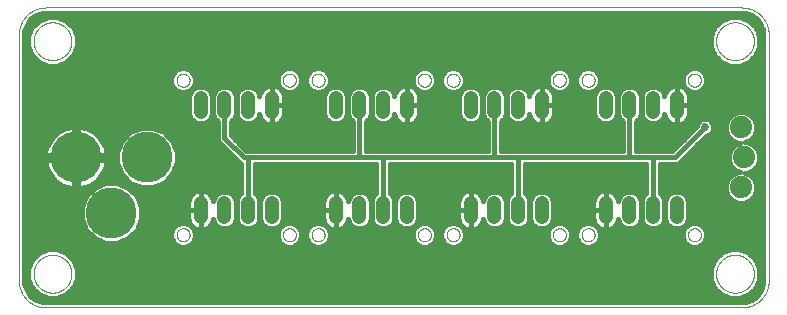
<source format=gbl>
G75*
%MOIN*%
%OFA0B0*%
%FSLAX25Y25*%
%IPPOS*%
%LPD*%
%AMOC8*
5,1,8,0,0,1.08239X$1,22.5*
%
%ADD10C,0.00000*%
%ADD11C,0.17000*%
%ADD12C,0.04756*%
%ADD13C,0.07400*%
%ADD14C,0.01600*%
%ADD15C,0.02700*%
D10*
X0025250Y0006800D02*
X0257250Y0006800D01*
X0257467Y0006803D01*
X0257685Y0006811D01*
X0257902Y0006824D01*
X0258119Y0006842D01*
X0258335Y0006866D01*
X0258550Y0006894D01*
X0258765Y0006928D01*
X0258979Y0006968D01*
X0259192Y0007012D01*
X0259404Y0007062D01*
X0259614Y0007116D01*
X0259824Y0007176D01*
X0260031Y0007240D01*
X0260237Y0007310D01*
X0260441Y0007385D01*
X0260644Y0007464D01*
X0260844Y0007549D01*
X0261043Y0007638D01*
X0261239Y0007732D01*
X0261433Y0007831D01*
X0261624Y0007934D01*
X0261813Y0008042D01*
X0261999Y0008155D01*
X0262182Y0008272D01*
X0262363Y0008393D01*
X0262540Y0008519D01*
X0262714Y0008649D01*
X0262886Y0008783D01*
X0263054Y0008921D01*
X0263218Y0009063D01*
X0263379Y0009210D01*
X0263537Y0009360D01*
X0263690Y0009513D01*
X0263840Y0009671D01*
X0263987Y0009832D01*
X0264129Y0009996D01*
X0264267Y0010164D01*
X0264401Y0010336D01*
X0264531Y0010510D01*
X0264657Y0010687D01*
X0264778Y0010868D01*
X0264895Y0011051D01*
X0265008Y0011237D01*
X0265116Y0011426D01*
X0265219Y0011617D01*
X0265318Y0011811D01*
X0265412Y0012007D01*
X0265501Y0012206D01*
X0265586Y0012406D01*
X0265665Y0012609D01*
X0265740Y0012813D01*
X0265810Y0013019D01*
X0265874Y0013226D01*
X0265934Y0013436D01*
X0265988Y0013646D01*
X0266038Y0013858D01*
X0266082Y0014071D01*
X0266122Y0014285D01*
X0266156Y0014500D01*
X0266184Y0014715D01*
X0266208Y0014931D01*
X0266226Y0015148D01*
X0266239Y0015365D01*
X0266247Y0015583D01*
X0266250Y0015800D01*
X0266250Y0097800D01*
X0266247Y0098017D01*
X0266239Y0098235D01*
X0266226Y0098452D01*
X0266208Y0098669D01*
X0266184Y0098885D01*
X0266156Y0099100D01*
X0266122Y0099315D01*
X0266082Y0099529D01*
X0266038Y0099742D01*
X0265988Y0099954D01*
X0265934Y0100164D01*
X0265874Y0100374D01*
X0265810Y0100581D01*
X0265740Y0100787D01*
X0265665Y0100991D01*
X0265586Y0101194D01*
X0265501Y0101394D01*
X0265412Y0101593D01*
X0265318Y0101789D01*
X0265219Y0101983D01*
X0265116Y0102174D01*
X0265008Y0102363D01*
X0264895Y0102549D01*
X0264778Y0102732D01*
X0264657Y0102913D01*
X0264531Y0103090D01*
X0264401Y0103264D01*
X0264267Y0103436D01*
X0264129Y0103604D01*
X0263987Y0103768D01*
X0263840Y0103929D01*
X0263690Y0104087D01*
X0263537Y0104240D01*
X0263379Y0104390D01*
X0263218Y0104537D01*
X0263054Y0104679D01*
X0262886Y0104817D01*
X0262714Y0104951D01*
X0262540Y0105081D01*
X0262363Y0105207D01*
X0262182Y0105328D01*
X0261999Y0105445D01*
X0261813Y0105558D01*
X0261624Y0105666D01*
X0261433Y0105769D01*
X0261239Y0105868D01*
X0261043Y0105962D01*
X0260844Y0106051D01*
X0260644Y0106136D01*
X0260441Y0106215D01*
X0260237Y0106290D01*
X0260031Y0106360D01*
X0259824Y0106424D01*
X0259614Y0106484D01*
X0259404Y0106538D01*
X0259192Y0106588D01*
X0258979Y0106632D01*
X0258765Y0106672D01*
X0258550Y0106706D01*
X0258335Y0106734D01*
X0258119Y0106758D01*
X0257902Y0106776D01*
X0257685Y0106789D01*
X0257467Y0106797D01*
X0257250Y0106800D01*
X0025250Y0106800D01*
X0025033Y0106797D01*
X0024815Y0106789D01*
X0024598Y0106776D01*
X0024381Y0106758D01*
X0024165Y0106734D01*
X0023950Y0106706D01*
X0023735Y0106672D01*
X0023521Y0106632D01*
X0023308Y0106588D01*
X0023096Y0106538D01*
X0022886Y0106484D01*
X0022676Y0106424D01*
X0022469Y0106360D01*
X0022263Y0106290D01*
X0022059Y0106215D01*
X0021856Y0106136D01*
X0021656Y0106051D01*
X0021457Y0105962D01*
X0021261Y0105868D01*
X0021067Y0105769D01*
X0020876Y0105666D01*
X0020687Y0105558D01*
X0020501Y0105445D01*
X0020318Y0105328D01*
X0020137Y0105207D01*
X0019960Y0105081D01*
X0019786Y0104951D01*
X0019614Y0104817D01*
X0019446Y0104679D01*
X0019282Y0104537D01*
X0019121Y0104390D01*
X0018963Y0104240D01*
X0018810Y0104087D01*
X0018660Y0103929D01*
X0018513Y0103768D01*
X0018371Y0103604D01*
X0018233Y0103436D01*
X0018099Y0103264D01*
X0017969Y0103090D01*
X0017843Y0102913D01*
X0017722Y0102732D01*
X0017605Y0102549D01*
X0017492Y0102363D01*
X0017384Y0102174D01*
X0017281Y0101983D01*
X0017182Y0101789D01*
X0017088Y0101593D01*
X0016999Y0101394D01*
X0016914Y0101194D01*
X0016835Y0100991D01*
X0016760Y0100787D01*
X0016690Y0100581D01*
X0016626Y0100374D01*
X0016566Y0100164D01*
X0016512Y0099954D01*
X0016462Y0099742D01*
X0016418Y0099529D01*
X0016378Y0099315D01*
X0016344Y0099100D01*
X0016316Y0098885D01*
X0016292Y0098669D01*
X0016274Y0098452D01*
X0016261Y0098235D01*
X0016253Y0098017D01*
X0016250Y0097800D01*
X0016250Y0015800D01*
X0016253Y0015583D01*
X0016261Y0015365D01*
X0016274Y0015148D01*
X0016292Y0014931D01*
X0016316Y0014715D01*
X0016344Y0014500D01*
X0016378Y0014285D01*
X0016418Y0014071D01*
X0016462Y0013858D01*
X0016512Y0013646D01*
X0016566Y0013436D01*
X0016626Y0013226D01*
X0016690Y0013019D01*
X0016760Y0012813D01*
X0016835Y0012609D01*
X0016914Y0012406D01*
X0016999Y0012206D01*
X0017088Y0012007D01*
X0017182Y0011811D01*
X0017281Y0011617D01*
X0017384Y0011426D01*
X0017492Y0011237D01*
X0017605Y0011051D01*
X0017722Y0010868D01*
X0017843Y0010687D01*
X0017969Y0010510D01*
X0018099Y0010336D01*
X0018233Y0010164D01*
X0018371Y0009996D01*
X0018513Y0009832D01*
X0018660Y0009671D01*
X0018810Y0009513D01*
X0018963Y0009360D01*
X0019121Y0009210D01*
X0019282Y0009063D01*
X0019446Y0008921D01*
X0019614Y0008783D01*
X0019786Y0008649D01*
X0019960Y0008519D01*
X0020137Y0008393D01*
X0020318Y0008272D01*
X0020501Y0008155D01*
X0020687Y0008042D01*
X0020876Y0007934D01*
X0021067Y0007831D01*
X0021261Y0007732D01*
X0021457Y0007638D01*
X0021656Y0007549D01*
X0021856Y0007464D01*
X0022059Y0007385D01*
X0022263Y0007310D01*
X0022469Y0007240D01*
X0022676Y0007176D01*
X0022886Y0007116D01*
X0023096Y0007062D01*
X0023308Y0007012D01*
X0023521Y0006968D01*
X0023735Y0006928D01*
X0023950Y0006894D01*
X0024165Y0006866D01*
X0024381Y0006842D01*
X0024598Y0006824D01*
X0024815Y0006811D01*
X0025033Y0006803D01*
X0025250Y0006800D01*
X0021201Y0018050D02*
X0021203Y0018208D01*
X0021209Y0018366D01*
X0021219Y0018524D01*
X0021233Y0018682D01*
X0021251Y0018839D01*
X0021272Y0018996D01*
X0021298Y0019152D01*
X0021328Y0019308D01*
X0021361Y0019463D01*
X0021399Y0019616D01*
X0021440Y0019769D01*
X0021485Y0019921D01*
X0021534Y0020072D01*
X0021587Y0020221D01*
X0021643Y0020369D01*
X0021703Y0020515D01*
X0021767Y0020660D01*
X0021835Y0020803D01*
X0021906Y0020945D01*
X0021980Y0021085D01*
X0022058Y0021222D01*
X0022140Y0021358D01*
X0022224Y0021492D01*
X0022313Y0021623D01*
X0022404Y0021752D01*
X0022499Y0021879D01*
X0022596Y0022004D01*
X0022697Y0022126D01*
X0022801Y0022245D01*
X0022908Y0022362D01*
X0023018Y0022476D01*
X0023131Y0022587D01*
X0023246Y0022696D01*
X0023364Y0022801D01*
X0023485Y0022903D01*
X0023608Y0023003D01*
X0023734Y0023099D01*
X0023862Y0023192D01*
X0023992Y0023282D01*
X0024125Y0023368D01*
X0024260Y0023452D01*
X0024396Y0023531D01*
X0024535Y0023608D01*
X0024676Y0023680D01*
X0024818Y0023750D01*
X0024962Y0023815D01*
X0025108Y0023877D01*
X0025255Y0023935D01*
X0025404Y0023990D01*
X0025554Y0024041D01*
X0025705Y0024088D01*
X0025857Y0024131D01*
X0026010Y0024170D01*
X0026165Y0024206D01*
X0026320Y0024237D01*
X0026476Y0024265D01*
X0026632Y0024289D01*
X0026789Y0024309D01*
X0026947Y0024325D01*
X0027104Y0024337D01*
X0027263Y0024345D01*
X0027421Y0024349D01*
X0027579Y0024349D01*
X0027737Y0024345D01*
X0027896Y0024337D01*
X0028053Y0024325D01*
X0028211Y0024309D01*
X0028368Y0024289D01*
X0028524Y0024265D01*
X0028680Y0024237D01*
X0028835Y0024206D01*
X0028990Y0024170D01*
X0029143Y0024131D01*
X0029295Y0024088D01*
X0029446Y0024041D01*
X0029596Y0023990D01*
X0029745Y0023935D01*
X0029892Y0023877D01*
X0030038Y0023815D01*
X0030182Y0023750D01*
X0030324Y0023680D01*
X0030465Y0023608D01*
X0030604Y0023531D01*
X0030740Y0023452D01*
X0030875Y0023368D01*
X0031008Y0023282D01*
X0031138Y0023192D01*
X0031266Y0023099D01*
X0031392Y0023003D01*
X0031515Y0022903D01*
X0031636Y0022801D01*
X0031754Y0022696D01*
X0031869Y0022587D01*
X0031982Y0022476D01*
X0032092Y0022362D01*
X0032199Y0022245D01*
X0032303Y0022126D01*
X0032404Y0022004D01*
X0032501Y0021879D01*
X0032596Y0021752D01*
X0032687Y0021623D01*
X0032776Y0021492D01*
X0032860Y0021358D01*
X0032942Y0021222D01*
X0033020Y0021085D01*
X0033094Y0020945D01*
X0033165Y0020803D01*
X0033233Y0020660D01*
X0033297Y0020515D01*
X0033357Y0020369D01*
X0033413Y0020221D01*
X0033466Y0020072D01*
X0033515Y0019921D01*
X0033560Y0019769D01*
X0033601Y0019616D01*
X0033639Y0019463D01*
X0033672Y0019308D01*
X0033702Y0019152D01*
X0033728Y0018996D01*
X0033749Y0018839D01*
X0033767Y0018682D01*
X0033781Y0018524D01*
X0033791Y0018366D01*
X0033797Y0018208D01*
X0033799Y0018050D01*
X0033797Y0017892D01*
X0033791Y0017734D01*
X0033781Y0017576D01*
X0033767Y0017418D01*
X0033749Y0017261D01*
X0033728Y0017104D01*
X0033702Y0016948D01*
X0033672Y0016792D01*
X0033639Y0016637D01*
X0033601Y0016484D01*
X0033560Y0016331D01*
X0033515Y0016179D01*
X0033466Y0016028D01*
X0033413Y0015879D01*
X0033357Y0015731D01*
X0033297Y0015585D01*
X0033233Y0015440D01*
X0033165Y0015297D01*
X0033094Y0015155D01*
X0033020Y0015015D01*
X0032942Y0014878D01*
X0032860Y0014742D01*
X0032776Y0014608D01*
X0032687Y0014477D01*
X0032596Y0014348D01*
X0032501Y0014221D01*
X0032404Y0014096D01*
X0032303Y0013974D01*
X0032199Y0013855D01*
X0032092Y0013738D01*
X0031982Y0013624D01*
X0031869Y0013513D01*
X0031754Y0013404D01*
X0031636Y0013299D01*
X0031515Y0013197D01*
X0031392Y0013097D01*
X0031266Y0013001D01*
X0031138Y0012908D01*
X0031008Y0012818D01*
X0030875Y0012732D01*
X0030740Y0012648D01*
X0030604Y0012569D01*
X0030465Y0012492D01*
X0030324Y0012420D01*
X0030182Y0012350D01*
X0030038Y0012285D01*
X0029892Y0012223D01*
X0029745Y0012165D01*
X0029596Y0012110D01*
X0029446Y0012059D01*
X0029295Y0012012D01*
X0029143Y0011969D01*
X0028990Y0011930D01*
X0028835Y0011894D01*
X0028680Y0011863D01*
X0028524Y0011835D01*
X0028368Y0011811D01*
X0028211Y0011791D01*
X0028053Y0011775D01*
X0027896Y0011763D01*
X0027737Y0011755D01*
X0027579Y0011751D01*
X0027421Y0011751D01*
X0027263Y0011755D01*
X0027104Y0011763D01*
X0026947Y0011775D01*
X0026789Y0011791D01*
X0026632Y0011811D01*
X0026476Y0011835D01*
X0026320Y0011863D01*
X0026165Y0011894D01*
X0026010Y0011930D01*
X0025857Y0011969D01*
X0025705Y0012012D01*
X0025554Y0012059D01*
X0025404Y0012110D01*
X0025255Y0012165D01*
X0025108Y0012223D01*
X0024962Y0012285D01*
X0024818Y0012350D01*
X0024676Y0012420D01*
X0024535Y0012492D01*
X0024396Y0012569D01*
X0024260Y0012648D01*
X0024125Y0012732D01*
X0023992Y0012818D01*
X0023862Y0012908D01*
X0023734Y0013001D01*
X0023608Y0013097D01*
X0023485Y0013197D01*
X0023364Y0013299D01*
X0023246Y0013404D01*
X0023131Y0013513D01*
X0023018Y0013624D01*
X0022908Y0013738D01*
X0022801Y0013855D01*
X0022697Y0013974D01*
X0022596Y0014096D01*
X0022499Y0014221D01*
X0022404Y0014348D01*
X0022313Y0014477D01*
X0022224Y0014608D01*
X0022140Y0014742D01*
X0022058Y0014878D01*
X0021980Y0015015D01*
X0021906Y0015155D01*
X0021835Y0015297D01*
X0021767Y0015440D01*
X0021703Y0015585D01*
X0021643Y0015731D01*
X0021587Y0015879D01*
X0021534Y0016028D01*
X0021485Y0016179D01*
X0021440Y0016331D01*
X0021399Y0016484D01*
X0021361Y0016637D01*
X0021328Y0016792D01*
X0021298Y0016948D01*
X0021272Y0017104D01*
X0021251Y0017261D01*
X0021233Y0017418D01*
X0021219Y0017576D01*
X0021209Y0017734D01*
X0021203Y0017892D01*
X0021201Y0018050D01*
X0068868Y0031032D02*
X0068870Y0031125D01*
X0068876Y0031217D01*
X0068886Y0031309D01*
X0068900Y0031400D01*
X0068917Y0031491D01*
X0068939Y0031581D01*
X0068964Y0031670D01*
X0068993Y0031758D01*
X0069026Y0031844D01*
X0069063Y0031929D01*
X0069103Y0032013D01*
X0069147Y0032094D01*
X0069194Y0032174D01*
X0069244Y0032252D01*
X0069298Y0032327D01*
X0069355Y0032400D01*
X0069415Y0032470D01*
X0069478Y0032538D01*
X0069544Y0032603D01*
X0069612Y0032665D01*
X0069683Y0032725D01*
X0069757Y0032781D01*
X0069833Y0032834D01*
X0069911Y0032883D01*
X0069991Y0032930D01*
X0070073Y0032972D01*
X0070157Y0033012D01*
X0070242Y0033047D01*
X0070329Y0033079D01*
X0070417Y0033108D01*
X0070506Y0033132D01*
X0070596Y0033153D01*
X0070687Y0033169D01*
X0070779Y0033182D01*
X0070871Y0033191D01*
X0070964Y0033196D01*
X0071056Y0033197D01*
X0071149Y0033194D01*
X0071241Y0033187D01*
X0071333Y0033176D01*
X0071424Y0033161D01*
X0071515Y0033143D01*
X0071605Y0033120D01*
X0071693Y0033094D01*
X0071781Y0033064D01*
X0071867Y0033030D01*
X0071951Y0032993D01*
X0072034Y0032951D01*
X0072115Y0032907D01*
X0072195Y0032859D01*
X0072272Y0032808D01*
X0072346Y0032753D01*
X0072419Y0032695D01*
X0072489Y0032635D01*
X0072556Y0032571D01*
X0072620Y0032505D01*
X0072682Y0032435D01*
X0072740Y0032364D01*
X0072795Y0032290D01*
X0072847Y0032213D01*
X0072896Y0032134D01*
X0072942Y0032054D01*
X0072984Y0031971D01*
X0073022Y0031887D01*
X0073057Y0031801D01*
X0073088Y0031714D01*
X0073115Y0031626D01*
X0073138Y0031536D01*
X0073158Y0031446D01*
X0073174Y0031355D01*
X0073186Y0031263D01*
X0073194Y0031171D01*
X0073198Y0031078D01*
X0073198Y0030986D01*
X0073194Y0030893D01*
X0073186Y0030801D01*
X0073174Y0030709D01*
X0073158Y0030618D01*
X0073138Y0030528D01*
X0073115Y0030438D01*
X0073088Y0030350D01*
X0073057Y0030263D01*
X0073022Y0030177D01*
X0072984Y0030093D01*
X0072942Y0030010D01*
X0072896Y0029930D01*
X0072847Y0029851D01*
X0072795Y0029774D01*
X0072740Y0029700D01*
X0072682Y0029629D01*
X0072620Y0029559D01*
X0072556Y0029493D01*
X0072489Y0029429D01*
X0072419Y0029369D01*
X0072346Y0029311D01*
X0072272Y0029256D01*
X0072195Y0029205D01*
X0072116Y0029157D01*
X0072034Y0029113D01*
X0071951Y0029071D01*
X0071867Y0029034D01*
X0071781Y0029000D01*
X0071693Y0028970D01*
X0071605Y0028944D01*
X0071515Y0028921D01*
X0071424Y0028903D01*
X0071333Y0028888D01*
X0071241Y0028877D01*
X0071149Y0028870D01*
X0071056Y0028867D01*
X0070964Y0028868D01*
X0070871Y0028873D01*
X0070779Y0028882D01*
X0070687Y0028895D01*
X0070596Y0028911D01*
X0070506Y0028932D01*
X0070417Y0028956D01*
X0070329Y0028985D01*
X0070242Y0029017D01*
X0070157Y0029052D01*
X0070073Y0029092D01*
X0069991Y0029134D01*
X0069911Y0029181D01*
X0069833Y0029230D01*
X0069757Y0029283D01*
X0069683Y0029339D01*
X0069612Y0029399D01*
X0069544Y0029461D01*
X0069478Y0029526D01*
X0069415Y0029594D01*
X0069355Y0029664D01*
X0069298Y0029737D01*
X0069244Y0029812D01*
X0069194Y0029890D01*
X0069147Y0029970D01*
X0069103Y0030051D01*
X0069063Y0030135D01*
X0069026Y0030220D01*
X0068993Y0030306D01*
X0068964Y0030394D01*
X0068939Y0030483D01*
X0068917Y0030573D01*
X0068900Y0030664D01*
X0068886Y0030755D01*
X0068876Y0030847D01*
X0068870Y0030939D01*
X0068868Y0031032D01*
X0104302Y0031032D02*
X0104304Y0031125D01*
X0104310Y0031217D01*
X0104320Y0031309D01*
X0104334Y0031400D01*
X0104351Y0031491D01*
X0104373Y0031581D01*
X0104398Y0031670D01*
X0104427Y0031758D01*
X0104460Y0031844D01*
X0104497Y0031929D01*
X0104537Y0032013D01*
X0104581Y0032094D01*
X0104628Y0032174D01*
X0104678Y0032252D01*
X0104732Y0032327D01*
X0104789Y0032400D01*
X0104849Y0032470D01*
X0104912Y0032538D01*
X0104978Y0032603D01*
X0105046Y0032665D01*
X0105117Y0032725D01*
X0105191Y0032781D01*
X0105267Y0032834D01*
X0105345Y0032883D01*
X0105425Y0032930D01*
X0105507Y0032972D01*
X0105591Y0033012D01*
X0105676Y0033047D01*
X0105763Y0033079D01*
X0105851Y0033108D01*
X0105940Y0033132D01*
X0106030Y0033153D01*
X0106121Y0033169D01*
X0106213Y0033182D01*
X0106305Y0033191D01*
X0106398Y0033196D01*
X0106490Y0033197D01*
X0106583Y0033194D01*
X0106675Y0033187D01*
X0106767Y0033176D01*
X0106858Y0033161D01*
X0106949Y0033143D01*
X0107039Y0033120D01*
X0107127Y0033094D01*
X0107215Y0033064D01*
X0107301Y0033030D01*
X0107385Y0032993D01*
X0107468Y0032951D01*
X0107549Y0032907D01*
X0107629Y0032859D01*
X0107706Y0032808D01*
X0107780Y0032753D01*
X0107853Y0032695D01*
X0107923Y0032635D01*
X0107990Y0032571D01*
X0108054Y0032505D01*
X0108116Y0032435D01*
X0108174Y0032364D01*
X0108229Y0032290D01*
X0108281Y0032213D01*
X0108330Y0032134D01*
X0108376Y0032054D01*
X0108418Y0031971D01*
X0108456Y0031887D01*
X0108491Y0031801D01*
X0108522Y0031714D01*
X0108549Y0031626D01*
X0108572Y0031536D01*
X0108592Y0031446D01*
X0108608Y0031355D01*
X0108620Y0031263D01*
X0108628Y0031171D01*
X0108632Y0031078D01*
X0108632Y0030986D01*
X0108628Y0030893D01*
X0108620Y0030801D01*
X0108608Y0030709D01*
X0108592Y0030618D01*
X0108572Y0030528D01*
X0108549Y0030438D01*
X0108522Y0030350D01*
X0108491Y0030263D01*
X0108456Y0030177D01*
X0108418Y0030093D01*
X0108376Y0030010D01*
X0108330Y0029930D01*
X0108281Y0029851D01*
X0108229Y0029774D01*
X0108174Y0029700D01*
X0108116Y0029629D01*
X0108054Y0029559D01*
X0107990Y0029493D01*
X0107923Y0029429D01*
X0107853Y0029369D01*
X0107780Y0029311D01*
X0107706Y0029256D01*
X0107629Y0029205D01*
X0107550Y0029157D01*
X0107468Y0029113D01*
X0107385Y0029071D01*
X0107301Y0029034D01*
X0107215Y0029000D01*
X0107127Y0028970D01*
X0107039Y0028944D01*
X0106949Y0028921D01*
X0106858Y0028903D01*
X0106767Y0028888D01*
X0106675Y0028877D01*
X0106583Y0028870D01*
X0106490Y0028867D01*
X0106398Y0028868D01*
X0106305Y0028873D01*
X0106213Y0028882D01*
X0106121Y0028895D01*
X0106030Y0028911D01*
X0105940Y0028932D01*
X0105851Y0028956D01*
X0105763Y0028985D01*
X0105676Y0029017D01*
X0105591Y0029052D01*
X0105507Y0029092D01*
X0105425Y0029134D01*
X0105345Y0029181D01*
X0105267Y0029230D01*
X0105191Y0029283D01*
X0105117Y0029339D01*
X0105046Y0029399D01*
X0104978Y0029461D01*
X0104912Y0029526D01*
X0104849Y0029594D01*
X0104789Y0029664D01*
X0104732Y0029737D01*
X0104678Y0029812D01*
X0104628Y0029890D01*
X0104581Y0029970D01*
X0104537Y0030051D01*
X0104497Y0030135D01*
X0104460Y0030220D01*
X0104427Y0030306D01*
X0104398Y0030394D01*
X0104373Y0030483D01*
X0104351Y0030573D01*
X0104334Y0030664D01*
X0104320Y0030755D01*
X0104310Y0030847D01*
X0104304Y0030939D01*
X0104302Y0031032D01*
X0113868Y0031032D02*
X0113870Y0031125D01*
X0113876Y0031217D01*
X0113886Y0031309D01*
X0113900Y0031400D01*
X0113917Y0031491D01*
X0113939Y0031581D01*
X0113964Y0031670D01*
X0113993Y0031758D01*
X0114026Y0031844D01*
X0114063Y0031929D01*
X0114103Y0032013D01*
X0114147Y0032094D01*
X0114194Y0032174D01*
X0114244Y0032252D01*
X0114298Y0032327D01*
X0114355Y0032400D01*
X0114415Y0032470D01*
X0114478Y0032538D01*
X0114544Y0032603D01*
X0114612Y0032665D01*
X0114683Y0032725D01*
X0114757Y0032781D01*
X0114833Y0032834D01*
X0114911Y0032883D01*
X0114991Y0032930D01*
X0115073Y0032972D01*
X0115157Y0033012D01*
X0115242Y0033047D01*
X0115329Y0033079D01*
X0115417Y0033108D01*
X0115506Y0033132D01*
X0115596Y0033153D01*
X0115687Y0033169D01*
X0115779Y0033182D01*
X0115871Y0033191D01*
X0115964Y0033196D01*
X0116056Y0033197D01*
X0116149Y0033194D01*
X0116241Y0033187D01*
X0116333Y0033176D01*
X0116424Y0033161D01*
X0116515Y0033143D01*
X0116605Y0033120D01*
X0116693Y0033094D01*
X0116781Y0033064D01*
X0116867Y0033030D01*
X0116951Y0032993D01*
X0117034Y0032951D01*
X0117115Y0032907D01*
X0117195Y0032859D01*
X0117272Y0032808D01*
X0117346Y0032753D01*
X0117419Y0032695D01*
X0117489Y0032635D01*
X0117556Y0032571D01*
X0117620Y0032505D01*
X0117682Y0032435D01*
X0117740Y0032364D01*
X0117795Y0032290D01*
X0117847Y0032213D01*
X0117896Y0032134D01*
X0117942Y0032054D01*
X0117984Y0031971D01*
X0118022Y0031887D01*
X0118057Y0031801D01*
X0118088Y0031714D01*
X0118115Y0031626D01*
X0118138Y0031536D01*
X0118158Y0031446D01*
X0118174Y0031355D01*
X0118186Y0031263D01*
X0118194Y0031171D01*
X0118198Y0031078D01*
X0118198Y0030986D01*
X0118194Y0030893D01*
X0118186Y0030801D01*
X0118174Y0030709D01*
X0118158Y0030618D01*
X0118138Y0030528D01*
X0118115Y0030438D01*
X0118088Y0030350D01*
X0118057Y0030263D01*
X0118022Y0030177D01*
X0117984Y0030093D01*
X0117942Y0030010D01*
X0117896Y0029930D01*
X0117847Y0029851D01*
X0117795Y0029774D01*
X0117740Y0029700D01*
X0117682Y0029629D01*
X0117620Y0029559D01*
X0117556Y0029493D01*
X0117489Y0029429D01*
X0117419Y0029369D01*
X0117346Y0029311D01*
X0117272Y0029256D01*
X0117195Y0029205D01*
X0117116Y0029157D01*
X0117034Y0029113D01*
X0116951Y0029071D01*
X0116867Y0029034D01*
X0116781Y0029000D01*
X0116693Y0028970D01*
X0116605Y0028944D01*
X0116515Y0028921D01*
X0116424Y0028903D01*
X0116333Y0028888D01*
X0116241Y0028877D01*
X0116149Y0028870D01*
X0116056Y0028867D01*
X0115964Y0028868D01*
X0115871Y0028873D01*
X0115779Y0028882D01*
X0115687Y0028895D01*
X0115596Y0028911D01*
X0115506Y0028932D01*
X0115417Y0028956D01*
X0115329Y0028985D01*
X0115242Y0029017D01*
X0115157Y0029052D01*
X0115073Y0029092D01*
X0114991Y0029134D01*
X0114911Y0029181D01*
X0114833Y0029230D01*
X0114757Y0029283D01*
X0114683Y0029339D01*
X0114612Y0029399D01*
X0114544Y0029461D01*
X0114478Y0029526D01*
X0114415Y0029594D01*
X0114355Y0029664D01*
X0114298Y0029737D01*
X0114244Y0029812D01*
X0114194Y0029890D01*
X0114147Y0029970D01*
X0114103Y0030051D01*
X0114063Y0030135D01*
X0114026Y0030220D01*
X0113993Y0030306D01*
X0113964Y0030394D01*
X0113939Y0030483D01*
X0113917Y0030573D01*
X0113900Y0030664D01*
X0113886Y0030755D01*
X0113876Y0030847D01*
X0113870Y0030939D01*
X0113868Y0031032D01*
X0149302Y0031032D02*
X0149304Y0031125D01*
X0149310Y0031217D01*
X0149320Y0031309D01*
X0149334Y0031400D01*
X0149351Y0031491D01*
X0149373Y0031581D01*
X0149398Y0031670D01*
X0149427Y0031758D01*
X0149460Y0031844D01*
X0149497Y0031929D01*
X0149537Y0032013D01*
X0149581Y0032094D01*
X0149628Y0032174D01*
X0149678Y0032252D01*
X0149732Y0032327D01*
X0149789Y0032400D01*
X0149849Y0032470D01*
X0149912Y0032538D01*
X0149978Y0032603D01*
X0150046Y0032665D01*
X0150117Y0032725D01*
X0150191Y0032781D01*
X0150267Y0032834D01*
X0150345Y0032883D01*
X0150425Y0032930D01*
X0150507Y0032972D01*
X0150591Y0033012D01*
X0150676Y0033047D01*
X0150763Y0033079D01*
X0150851Y0033108D01*
X0150940Y0033132D01*
X0151030Y0033153D01*
X0151121Y0033169D01*
X0151213Y0033182D01*
X0151305Y0033191D01*
X0151398Y0033196D01*
X0151490Y0033197D01*
X0151583Y0033194D01*
X0151675Y0033187D01*
X0151767Y0033176D01*
X0151858Y0033161D01*
X0151949Y0033143D01*
X0152039Y0033120D01*
X0152127Y0033094D01*
X0152215Y0033064D01*
X0152301Y0033030D01*
X0152385Y0032993D01*
X0152468Y0032951D01*
X0152549Y0032907D01*
X0152629Y0032859D01*
X0152706Y0032808D01*
X0152780Y0032753D01*
X0152853Y0032695D01*
X0152923Y0032635D01*
X0152990Y0032571D01*
X0153054Y0032505D01*
X0153116Y0032435D01*
X0153174Y0032364D01*
X0153229Y0032290D01*
X0153281Y0032213D01*
X0153330Y0032134D01*
X0153376Y0032054D01*
X0153418Y0031971D01*
X0153456Y0031887D01*
X0153491Y0031801D01*
X0153522Y0031714D01*
X0153549Y0031626D01*
X0153572Y0031536D01*
X0153592Y0031446D01*
X0153608Y0031355D01*
X0153620Y0031263D01*
X0153628Y0031171D01*
X0153632Y0031078D01*
X0153632Y0030986D01*
X0153628Y0030893D01*
X0153620Y0030801D01*
X0153608Y0030709D01*
X0153592Y0030618D01*
X0153572Y0030528D01*
X0153549Y0030438D01*
X0153522Y0030350D01*
X0153491Y0030263D01*
X0153456Y0030177D01*
X0153418Y0030093D01*
X0153376Y0030010D01*
X0153330Y0029930D01*
X0153281Y0029851D01*
X0153229Y0029774D01*
X0153174Y0029700D01*
X0153116Y0029629D01*
X0153054Y0029559D01*
X0152990Y0029493D01*
X0152923Y0029429D01*
X0152853Y0029369D01*
X0152780Y0029311D01*
X0152706Y0029256D01*
X0152629Y0029205D01*
X0152550Y0029157D01*
X0152468Y0029113D01*
X0152385Y0029071D01*
X0152301Y0029034D01*
X0152215Y0029000D01*
X0152127Y0028970D01*
X0152039Y0028944D01*
X0151949Y0028921D01*
X0151858Y0028903D01*
X0151767Y0028888D01*
X0151675Y0028877D01*
X0151583Y0028870D01*
X0151490Y0028867D01*
X0151398Y0028868D01*
X0151305Y0028873D01*
X0151213Y0028882D01*
X0151121Y0028895D01*
X0151030Y0028911D01*
X0150940Y0028932D01*
X0150851Y0028956D01*
X0150763Y0028985D01*
X0150676Y0029017D01*
X0150591Y0029052D01*
X0150507Y0029092D01*
X0150425Y0029134D01*
X0150345Y0029181D01*
X0150267Y0029230D01*
X0150191Y0029283D01*
X0150117Y0029339D01*
X0150046Y0029399D01*
X0149978Y0029461D01*
X0149912Y0029526D01*
X0149849Y0029594D01*
X0149789Y0029664D01*
X0149732Y0029737D01*
X0149678Y0029812D01*
X0149628Y0029890D01*
X0149581Y0029970D01*
X0149537Y0030051D01*
X0149497Y0030135D01*
X0149460Y0030220D01*
X0149427Y0030306D01*
X0149398Y0030394D01*
X0149373Y0030483D01*
X0149351Y0030573D01*
X0149334Y0030664D01*
X0149320Y0030755D01*
X0149310Y0030847D01*
X0149304Y0030939D01*
X0149302Y0031032D01*
X0158868Y0031032D02*
X0158870Y0031125D01*
X0158876Y0031217D01*
X0158886Y0031309D01*
X0158900Y0031400D01*
X0158917Y0031491D01*
X0158939Y0031581D01*
X0158964Y0031670D01*
X0158993Y0031758D01*
X0159026Y0031844D01*
X0159063Y0031929D01*
X0159103Y0032013D01*
X0159147Y0032094D01*
X0159194Y0032174D01*
X0159244Y0032252D01*
X0159298Y0032327D01*
X0159355Y0032400D01*
X0159415Y0032470D01*
X0159478Y0032538D01*
X0159544Y0032603D01*
X0159612Y0032665D01*
X0159683Y0032725D01*
X0159757Y0032781D01*
X0159833Y0032834D01*
X0159911Y0032883D01*
X0159991Y0032930D01*
X0160073Y0032972D01*
X0160157Y0033012D01*
X0160242Y0033047D01*
X0160329Y0033079D01*
X0160417Y0033108D01*
X0160506Y0033132D01*
X0160596Y0033153D01*
X0160687Y0033169D01*
X0160779Y0033182D01*
X0160871Y0033191D01*
X0160964Y0033196D01*
X0161056Y0033197D01*
X0161149Y0033194D01*
X0161241Y0033187D01*
X0161333Y0033176D01*
X0161424Y0033161D01*
X0161515Y0033143D01*
X0161605Y0033120D01*
X0161693Y0033094D01*
X0161781Y0033064D01*
X0161867Y0033030D01*
X0161951Y0032993D01*
X0162034Y0032951D01*
X0162115Y0032907D01*
X0162195Y0032859D01*
X0162272Y0032808D01*
X0162346Y0032753D01*
X0162419Y0032695D01*
X0162489Y0032635D01*
X0162556Y0032571D01*
X0162620Y0032505D01*
X0162682Y0032435D01*
X0162740Y0032364D01*
X0162795Y0032290D01*
X0162847Y0032213D01*
X0162896Y0032134D01*
X0162942Y0032054D01*
X0162984Y0031971D01*
X0163022Y0031887D01*
X0163057Y0031801D01*
X0163088Y0031714D01*
X0163115Y0031626D01*
X0163138Y0031536D01*
X0163158Y0031446D01*
X0163174Y0031355D01*
X0163186Y0031263D01*
X0163194Y0031171D01*
X0163198Y0031078D01*
X0163198Y0030986D01*
X0163194Y0030893D01*
X0163186Y0030801D01*
X0163174Y0030709D01*
X0163158Y0030618D01*
X0163138Y0030528D01*
X0163115Y0030438D01*
X0163088Y0030350D01*
X0163057Y0030263D01*
X0163022Y0030177D01*
X0162984Y0030093D01*
X0162942Y0030010D01*
X0162896Y0029930D01*
X0162847Y0029851D01*
X0162795Y0029774D01*
X0162740Y0029700D01*
X0162682Y0029629D01*
X0162620Y0029559D01*
X0162556Y0029493D01*
X0162489Y0029429D01*
X0162419Y0029369D01*
X0162346Y0029311D01*
X0162272Y0029256D01*
X0162195Y0029205D01*
X0162116Y0029157D01*
X0162034Y0029113D01*
X0161951Y0029071D01*
X0161867Y0029034D01*
X0161781Y0029000D01*
X0161693Y0028970D01*
X0161605Y0028944D01*
X0161515Y0028921D01*
X0161424Y0028903D01*
X0161333Y0028888D01*
X0161241Y0028877D01*
X0161149Y0028870D01*
X0161056Y0028867D01*
X0160964Y0028868D01*
X0160871Y0028873D01*
X0160779Y0028882D01*
X0160687Y0028895D01*
X0160596Y0028911D01*
X0160506Y0028932D01*
X0160417Y0028956D01*
X0160329Y0028985D01*
X0160242Y0029017D01*
X0160157Y0029052D01*
X0160073Y0029092D01*
X0159991Y0029134D01*
X0159911Y0029181D01*
X0159833Y0029230D01*
X0159757Y0029283D01*
X0159683Y0029339D01*
X0159612Y0029399D01*
X0159544Y0029461D01*
X0159478Y0029526D01*
X0159415Y0029594D01*
X0159355Y0029664D01*
X0159298Y0029737D01*
X0159244Y0029812D01*
X0159194Y0029890D01*
X0159147Y0029970D01*
X0159103Y0030051D01*
X0159063Y0030135D01*
X0159026Y0030220D01*
X0158993Y0030306D01*
X0158964Y0030394D01*
X0158939Y0030483D01*
X0158917Y0030573D01*
X0158900Y0030664D01*
X0158886Y0030755D01*
X0158876Y0030847D01*
X0158870Y0030939D01*
X0158868Y0031032D01*
X0194302Y0031032D02*
X0194304Y0031125D01*
X0194310Y0031217D01*
X0194320Y0031309D01*
X0194334Y0031400D01*
X0194351Y0031491D01*
X0194373Y0031581D01*
X0194398Y0031670D01*
X0194427Y0031758D01*
X0194460Y0031844D01*
X0194497Y0031929D01*
X0194537Y0032013D01*
X0194581Y0032094D01*
X0194628Y0032174D01*
X0194678Y0032252D01*
X0194732Y0032327D01*
X0194789Y0032400D01*
X0194849Y0032470D01*
X0194912Y0032538D01*
X0194978Y0032603D01*
X0195046Y0032665D01*
X0195117Y0032725D01*
X0195191Y0032781D01*
X0195267Y0032834D01*
X0195345Y0032883D01*
X0195425Y0032930D01*
X0195507Y0032972D01*
X0195591Y0033012D01*
X0195676Y0033047D01*
X0195763Y0033079D01*
X0195851Y0033108D01*
X0195940Y0033132D01*
X0196030Y0033153D01*
X0196121Y0033169D01*
X0196213Y0033182D01*
X0196305Y0033191D01*
X0196398Y0033196D01*
X0196490Y0033197D01*
X0196583Y0033194D01*
X0196675Y0033187D01*
X0196767Y0033176D01*
X0196858Y0033161D01*
X0196949Y0033143D01*
X0197039Y0033120D01*
X0197127Y0033094D01*
X0197215Y0033064D01*
X0197301Y0033030D01*
X0197385Y0032993D01*
X0197468Y0032951D01*
X0197549Y0032907D01*
X0197629Y0032859D01*
X0197706Y0032808D01*
X0197780Y0032753D01*
X0197853Y0032695D01*
X0197923Y0032635D01*
X0197990Y0032571D01*
X0198054Y0032505D01*
X0198116Y0032435D01*
X0198174Y0032364D01*
X0198229Y0032290D01*
X0198281Y0032213D01*
X0198330Y0032134D01*
X0198376Y0032054D01*
X0198418Y0031971D01*
X0198456Y0031887D01*
X0198491Y0031801D01*
X0198522Y0031714D01*
X0198549Y0031626D01*
X0198572Y0031536D01*
X0198592Y0031446D01*
X0198608Y0031355D01*
X0198620Y0031263D01*
X0198628Y0031171D01*
X0198632Y0031078D01*
X0198632Y0030986D01*
X0198628Y0030893D01*
X0198620Y0030801D01*
X0198608Y0030709D01*
X0198592Y0030618D01*
X0198572Y0030528D01*
X0198549Y0030438D01*
X0198522Y0030350D01*
X0198491Y0030263D01*
X0198456Y0030177D01*
X0198418Y0030093D01*
X0198376Y0030010D01*
X0198330Y0029930D01*
X0198281Y0029851D01*
X0198229Y0029774D01*
X0198174Y0029700D01*
X0198116Y0029629D01*
X0198054Y0029559D01*
X0197990Y0029493D01*
X0197923Y0029429D01*
X0197853Y0029369D01*
X0197780Y0029311D01*
X0197706Y0029256D01*
X0197629Y0029205D01*
X0197550Y0029157D01*
X0197468Y0029113D01*
X0197385Y0029071D01*
X0197301Y0029034D01*
X0197215Y0029000D01*
X0197127Y0028970D01*
X0197039Y0028944D01*
X0196949Y0028921D01*
X0196858Y0028903D01*
X0196767Y0028888D01*
X0196675Y0028877D01*
X0196583Y0028870D01*
X0196490Y0028867D01*
X0196398Y0028868D01*
X0196305Y0028873D01*
X0196213Y0028882D01*
X0196121Y0028895D01*
X0196030Y0028911D01*
X0195940Y0028932D01*
X0195851Y0028956D01*
X0195763Y0028985D01*
X0195676Y0029017D01*
X0195591Y0029052D01*
X0195507Y0029092D01*
X0195425Y0029134D01*
X0195345Y0029181D01*
X0195267Y0029230D01*
X0195191Y0029283D01*
X0195117Y0029339D01*
X0195046Y0029399D01*
X0194978Y0029461D01*
X0194912Y0029526D01*
X0194849Y0029594D01*
X0194789Y0029664D01*
X0194732Y0029737D01*
X0194678Y0029812D01*
X0194628Y0029890D01*
X0194581Y0029970D01*
X0194537Y0030051D01*
X0194497Y0030135D01*
X0194460Y0030220D01*
X0194427Y0030306D01*
X0194398Y0030394D01*
X0194373Y0030483D01*
X0194351Y0030573D01*
X0194334Y0030664D01*
X0194320Y0030755D01*
X0194310Y0030847D01*
X0194304Y0030939D01*
X0194302Y0031032D01*
X0203868Y0031032D02*
X0203870Y0031125D01*
X0203876Y0031217D01*
X0203886Y0031309D01*
X0203900Y0031400D01*
X0203917Y0031491D01*
X0203939Y0031581D01*
X0203964Y0031670D01*
X0203993Y0031758D01*
X0204026Y0031844D01*
X0204063Y0031929D01*
X0204103Y0032013D01*
X0204147Y0032094D01*
X0204194Y0032174D01*
X0204244Y0032252D01*
X0204298Y0032327D01*
X0204355Y0032400D01*
X0204415Y0032470D01*
X0204478Y0032538D01*
X0204544Y0032603D01*
X0204612Y0032665D01*
X0204683Y0032725D01*
X0204757Y0032781D01*
X0204833Y0032834D01*
X0204911Y0032883D01*
X0204991Y0032930D01*
X0205073Y0032972D01*
X0205157Y0033012D01*
X0205242Y0033047D01*
X0205329Y0033079D01*
X0205417Y0033108D01*
X0205506Y0033132D01*
X0205596Y0033153D01*
X0205687Y0033169D01*
X0205779Y0033182D01*
X0205871Y0033191D01*
X0205964Y0033196D01*
X0206056Y0033197D01*
X0206149Y0033194D01*
X0206241Y0033187D01*
X0206333Y0033176D01*
X0206424Y0033161D01*
X0206515Y0033143D01*
X0206605Y0033120D01*
X0206693Y0033094D01*
X0206781Y0033064D01*
X0206867Y0033030D01*
X0206951Y0032993D01*
X0207034Y0032951D01*
X0207115Y0032907D01*
X0207195Y0032859D01*
X0207272Y0032808D01*
X0207346Y0032753D01*
X0207419Y0032695D01*
X0207489Y0032635D01*
X0207556Y0032571D01*
X0207620Y0032505D01*
X0207682Y0032435D01*
X0207740Y0032364D01*
X0207795Y0032290D01*
X0207847Y0032213D01*
X0207896Y0032134D01*
X0207942Y0032054D01*
X0207984Y0031971D01*
X0208022Y0031887D01*
X0208057Y0031801D01*
X0208088Y0031714D01*
X0208115Y0031626D01*
X0208138Y0031536D01*
X0208158Y0031446D01*
X0208174Y0031355D01*
X0208186Y0031263D01*
X0208194Y0031171D01*
X0208198Y0031078D01*
X0208198Y0030986D01*
X0208194Y0030893D01*
X0208186Y0030801D01*
X0208174Y0030709D01*
X0208158Y0030618D01*
X0208138Y0030528D01*
X0208115Y0030438D01*
X0208088Y0030350D01*
X0208057Y0030263D01*
X0208022Y0030177D01*
X0207984Y0030093D01*
X0207942Y0030010D01*
X0207896Y0029930D01*
X0207847Y0029851D01*
X0207795Y0029774D01*
X0207740Y0029700D01*
X0207682Y0029629D01*
X0207620Y0029559D01*
X0207556Y0029493D01*
X0207489Y0029429D01*
X0207419Y0029369D01*
X0207346Y0029311D01*
X0207272Y0029256D01*
X0207195Y0029205D01*
X0207116Y0029157D01*
X0207034Y0029113D01*
X0206951Y0029071D01*
X0206867Y0029034D01*
X0206781Y0029000D01*
X0206693Y0028970D01*
X0206605Y0028944D01*
X0206515Y0028921D01*
X0206424Y0028903D01*
X0206333Y0028888D01*
X0206241Y0028877D01*
X0206149Y0028870D01*
X0206056Y0028867D01*
X0205964Y0028868D01*
X0205871Y0028873D01*
X0205779Y0028882D01*
X0205687Y0028895D01*
X0205596Y0028911D01*
X0205506Y0028932D01*
X0205417Y0028956D01*
X0205329Y0028985D01*
X0205242Y0029017D01*
X0205157Y0029052D01*
X0205073Y0029092D01*
X0204991Y0029134D01*
X0204911Y0029181D01*
X0204833Y0029230D01*
X0204757Y0029283D01*
X0204683Y0029339D01*
X0204612Y0029399D01*
X0204544Y0029461D01*
X0204478Y0029526D01*
X0204415Y0029594D01*
X0204355Y0029664D01*
X0204298Y0029737D01*
X0204244Y0029812D01*
X0204194Y0029890D01*
X0204147Y0029970D01*
X0204103Y0030051D01*
X0204063Y0030135D01*
X0204026Y0030220D01*
X0203993Y0030306D01*
X0203964Y0030394D01*
X0203939Y0030483D01*
X0203917Y0030573D01*
X0203900Y0030664D01*
X0203886Y0030755D01*
X0203876Y0030847D01*
X0203870Y0030939D01*
X0203868Y0031032D01*
X0239302Y0031032D02*
X0239304Y0031125D01*
X0239310Y0031217D01*
X0239320Y0031309D01*
X0239334Y0031400D01*
X0239351Y0031491D01*
X0239373Y0031581D01*
X0239398Y0031670D01*
X0239427Y0031758D01*
X0239460Y0031844D01*
X0239497Y0031929D01*
X0239537Y0032013D01*
X0239581Y0032094D01*
X0239628Y0032174D01*
X0239678Y0032252D01*
X0239732Y0032327D01*
X0239789Y0032400D01*
X0239849Y0032470D01*
X0239912Y0032538D01*
X0239978Y0032603D01*
X0240046Y0032665D01*
X0240117Y0032725D01*
X0240191Y0032781D01*
X0240267Y0032834D01*
X0240345Y0032883D01*
X0240425Y0032930D01*
X0240507Y0032972D01*
X0240591Y0033012D01*
X0240676Y0033047D01*
X0240763Y0033079D01*
X0240851Y0033108D01*
X0240940Y0033132D01*
X0241030Y0033153D01*
X0241121Y0033169D01*
X0241213Y0033182D01*
X0241305Y0033191D01*
X0241398Y0033196D01*
X0241490Y0033197D01*
X0241583Y0033194D01*
X0241675Y0033187D01*
X0241767Y0033176D01*
X0241858Y0033161D01*
X0241949Y0033143D01*
X0242039Y0033120D01*
X0242127Y0033094D01*
X0242215Y0033064D01*
X0242301Y0033030D01*
X0242385Y0032993D01*
X0242468Y0032951D01*
X0242549Y0032907D01*
X0242629Y0032859D01*
X0242706Y0032808D01*
X0242780Y0032753D01*
X0242853Y0032695D01*
X0242923Y0032635D01*
X0242990Y0032571D01*
X0243054Y0032505D01*
X0243116Y0032435D01*
X0243174Y0032364D01*
X0243229Y0032290D01*
X0243281Y0032213D01*
X0243330Y0032134D01*
X0243376Y0032054D01*
X0243418Y0031971D01*
X0243456Y0031887D01*
X0243491Y0031801D01*
X0243522Y0031714D01*
X0243549Y0031626D01*
X0243572Y0031536D01*
X0243592Y0031446D01*
X0243608Y0031355D01*
X0243620Y0031263D01*
X0243628Y0031171D01*
X0243632Y0031078D01*
X0243632Y0030986D01*
X0243628Y0030893D01*
X0243620Y0030801D01*
X0243608Y0030709D01*
X0243592Y0030618D01*
X0243572Y0030528D01*
X0243549Y0030438D01*
X0243522Y0030350D01*
X0243491Y0030263D01*
X0243456Y0030177D01*
X0243418Y0030093D01*
X0243376Y0030010D01*
X0243330Y0029930D01*
X0243281Y0029851D01*
X0243229Y0029774D01*
X0243174Y0029700D01*
X0243116Y0029629D01*
X0243054Y0029559D01*
X0242990Y0029493D01*
X0242923Y0029429D01*
X0242853Y0029369D01*
X0242780Y0029311D01*
X0242706Y0029256D01*
X0242629Y0029205D01*
X0242550Y0029157D01*
X0242468Y0029113D01*
X0242385Y0029071D01*
X0242301Y0029034D01*
X0242215Y0029000D01*
X0242127Y0028970D01*
X0242039Y0028944D01*
X0241949Y0028921D01*
X0241858Y0028903D01*
X0241767Y0028888D01*
X0241675Y0028877D01*
X0241583Y0028870D01*
X0241490Y0028867D01*
X0241398Y0028868D01*
X0241305Y0028873D01*
X0241213Y0028882D01*
X0241121Y0028895D01*
X0241030Y0028911D01*
X0240940Y0028932D01*
X0240851Y0028956D01*
X0240763Y0028985D01*
X0240676Y0029017D01*
X0240591Y0029052D01*
X0240507Y0029092D01*
X0240425Y0029134D01*
X0240345Y0029181D01*
X0240267Y0029230D01*
X0240191Y0029283D01*
X0240117Y0029339D01*
X0240046Y0029399D01*
X0239978Y0029461D01*
X0239912Y0029526D01*
X0239849Y0029594D01*
X0239789Y0029664D01*
X0239732Y0029737D01*
X0239678Y0029812D01*
X0239628Y0029890D01*
X0239581Y0029970D01*
X0239537Y0030051D01*
X0239497Y0030135D01*
X0239460Y0030220D01*
X0239427Y0030306D01*
X0239398Y0030394D01*
X0239373Y0030483D01*
X0239351Y0030573D01*
X0239334Y0030664D01*
X0239320Y0030755D01*
X0239310Y0030847D01*
X0239304Y0030939D01*
X0239302Y0031032D01*
X0248701Y0018050D02*
X0248703Y0018208D01*
X0248709Y0018366D01*
X0248719Y0018524D01*
X0248733Y0018682D01*
X0248751Y0018839D01*
X0248772Y0018996D01*
X0248798Y0019152D01*
X0248828Y0019308D01*
X0248861Y0019463D01*
X0248899Y0019616D01*
X0248940Y0019769D01*
X0248985Y0019921D01*
X0249034Y0020072D01*
X0249087Y0020221D01*
X0249143Y0020369D01*
X0249203Y0020515D01*
X0249267Y0020660D01*
X0249335Y0020803D01*
X0249406Y0020945D01*
X0249480Y0021085D01*
X0249558Y0021222D01*
X0249640Y0021358D01*
X0249724Y0021492D01*
X0249813Y0021623D01*
X0249904Y0021752D01*
X0249999Y0021879D01*
X0250096Y0022004D01*
X0250197Y0022126D01*
X0250301Y0022245D01*
X0250408Y0022362D01*
X0250518Y0022476D01*
X0250631Y0022587D01*
X0250746Y0022696D01*
X0250864Y0022801D01*
X0250985Y0022903D01*
X0251108Y0023003D01*
X0251234Y0023099D01*
X0251362Y0023192D01*
X0251492Y0023282D01*
X0251625Y0023368D01*
X0251760Y0023452D01*
X0251896Y0023531D01*
X0252035Y0023608D01*
X0252176Y0023680D01*
X0252318Y0023750D01*
X0252462Y0023815D01*
X0252608Y0023877D01*
X0252755Y0023935D01*
X0252904Y0023990D01*
X0253054Y0024041D01*
X0253205Y0024088D01*
X0253357Y0024131D01*
X0253510Y0024170D01*
X0253665Y0024206D01*
X0253820Y0024237D01*
X0253976Y0024265D01*
X0254132Y0024289D01*
X0254289Y0024309D01*
X0254447Y0024325D01*
X0254604Y0024337D01*
X0254763Y0024345D01*
X0254921Y0024349D01*
X0255079Y0024349D01*
X0255237Y0024345D01*
X0255396Y0024337D01*
X0255553Y0024325D01*
X0255711Y0024309D01*
X0255868Y0024289D01*
X0256024Y0024265D01*
X0256180Y0024237D01*
X0256335Y0024206D01*
X0256490Y0024170D01*
X0256643Y0024131D01*
X0256795Y0024088D01*
X0256946Y0024041D01*
X0257096Y0023990D01*
X0257245Y0023935D01*
X0257392Y0023877D01*
X0257538Y0023815D01*
X0257682Y0023750D01*
X0257824Y0023680D01*
X0257965Y0023608D01*
X0258104Y0023531D01*
X0258240Y0023452D01*
X0258375Y0023368D01*
X0258508Y0023282D01*
X0258638Y0023192D01*
X0258766Y0023099D01*
X0258892Y0023003D01*
X0259015Y0022903D01*
X0259136Y0022801D01*
X0259254Y0022696D01*
X0259369Y0022587D01*
X0259482Y0022476D01*
X0259592Y0022362D01*
X0259699Y0022245D01*
X0259803Y0022126D01*
X0259904Y0022004D01*
X0260001Y0021879D01*
X0260096Y0021752D01*
X0260187Y0021623D01*
X0260276Y0021492D01*
X0260360Y0021358D01*
X0260442Y0021222D01*
X0260520Y0021085D01*
X0260594Y0020945D01*
X0260665Y0020803D01*
X0260733Y0020660D01*
X0260797Y0020515D01*
X0260857Y0020369D01*
X0260913Y0020221D01*
X0260966Y0020072D01*
X0261015Y0019921D01*
X0261060Y0019769D01*
X0261101Y0019616D01*
X0261139Y0019463D01*
X0261172Y0019308D01*
X0261202Y0019152D01*
X0261228Y0018996D01*
X0261249Y0018839D01*
X0261267Y0018682D01*
X0261281Y0018524D01*
X0261291Y0018366D01*
X0261297Y0018208D01*
X0261299Y0018050D01*
X0261297Y0017892D01*
X0261291Y0017734D01*
X0261281Y0017576D01*
X0261267Y0017418D01*
X0261249Y0017261D01*
X0261228Y0017104D01*
X0261202Y0016948D01*
X0261172Y0016792D01*
X0261139Y0016637D01*
X0261101Y0016484D01*
X0261060Y0016331D01*
X0261015Y0016179D01*
X0260966Y0016028D01*
X0260913Y0015879D01*
X0260857Y0015731D01*
X0260797Y0015585D01*
X0260733Y0015440D01*
X0260665Y0015297D01*
X0260594Y0015155D01*
X0260520Y0015015D01*
X0260442Y0014878D01*
X0260360Y0014742D01*
X0260276Y0014608D01*
X0260187Y0014477D01*
X0260096Y0014348D01*
X0260001Y0014221D01*
X0259904Y0014096D01*
X0259803Y0013974D01*
X0259699Y0013855D01*
X0259592Y0013738D01*
X0259482Y0013624D01*
X0259369Y0013513D01*
X0259254Y0013404D01*
X0259136Y0013299D01*
X0259015Y0013197D01*
X0258892Y0013097D01*
X0258766Y0013001D01*
X0258638Y0012908D01*
X0258508Y0012818D01*
X0258375Y0012732D01*
X0258240Y0012648D01*
X0258104Y0012569D01*
X0257965Y0012492D01*
X0257824Y0012420D01*
X0257682Y0012350D01*
X0257538Y0012285D01*
X0257392Y0012223D01*
X0257245Y0012165D01*
X0257096Y0012110D01*
X0256946Y0012059D01*
X0256795Y0012012D01*
X0256643Y0011969D01*
X0256490Y0011930D01*
X0256335Y0011894D01*
X0256180Y0011863D01*
X0256024Y0011835D01*
X0255868Y0011811D01*
X0255711Y0011791D01*
X0255553Y0011775D01*
X0255396Y0011763D01*
X0255237Y0011755D01*
X0255079Y0011751D01*
X0254921Y0011751D01*
X0254763Y0011755D01*
X0254604Y0011763D01*
X0254447Y0011775D01*
X0254289Y0011791D01*
X0254132Y0011811D01*
X0253976Y0011835D01*
X0253820Y0011863D01*
X0253665Y0011894D01*
X0253510Y0011930D01*
X0253357Y0011969D01*
X0253205Y0012012D01*
X0253054Y0012059D01*
X0252904Y0012110D01*
X0252755Y0012165D01*
X0252608Y0012223D01*
X0252462Y0012285D01*
X0252318Y0012350D01*
X0252176Y0012420D01*
X0252035Y0012492D01*
X0251896Y0012569D01*
X0251760Y0012648D01*
X0251625Y0012732D01*
X0251492Y0012818D01*
X0251362Y0012908D01*
X0251234Y0013001D01*
X0251108Y0013097D01*
X0250985Y0013197D01*
X0250864Y0013299D01*
X0250746Y0013404D01*
X0250631Y0013513D01*
X0250518Y0013624D01*
X0250408Y0013738D01*
X0250301Y0013855D01*
X0250197Y0013974D01*
X0250096Y0014096D01*
X0249999Y0014221D01*
X0249904Y0014348D01*
X0249813Y0014477D01*
X0249724Y0014608D01*
X0249640Y0014742D01*
X0249558Y0014878D01*
X0249480Y0015015D01*
X0249406Y0015155D01*
X0249335Y0015297D01*
X0249267Y0015440D01*
X0249203Y0015585D01*
X0249143Y0015731D01*
X0249087Y0015879D01*
X0249034Y0016028D01*
X0248985Y0016179D01*
X0248940Y0016331D01*
X0248899Y0016484D01*
X0248861Y0016637D01*
X0248828Y0016792D01*
X0248798Y0016948D01*
X0248772Y0017104D01*
X0248751Y0017261D01*
X0248733Y0017418D01*
X0248719Y0017576D01*
X0248709Y0017734D01*
X0248703Y0017892D01*
X0248701Y0018050D01*
X0239302Y0082568D02*
X0239304Y0082661D01*
X0239310Y0082753D01*
X0239320Y0082845D01*
X0239334Y0082936D01*
X0239351Y0083027D01*
X0239373Y0083117D01*
X0239398Y0083206D01*
X0239427Y0083294D01*
X0239460Y0083380D01*
X0239497Y0083465D01*
X0239537Y0083549D01*
X0239581Y0083630D01*
X0239628Y0083710D01*
X0239678Y0083788D01*
X0239732Y0083863D01*
X0239789Y0083936D01*
X0239849Y0084006D01*
X0239912Y0084074D01*
X0239978Y0084139D01*
X0240046Y0084201D01*
X0240117Y0084261D01*
X0240191Y0084317D01*
X0240267Y0084370D01*
X0240345Y0084419D01*
X0240425Y0084466D01*
X0240507Y0084508D01*
X0240591Y0084548D01*
X0240676Y0084583D01*
X0240763Y0084615D01*
X0240851Y0084644D01*
X0240940Y0084668D01*
X0241030Y0084689D01*
X0241121Y0084705D01*
X0241213Y0084718D01*
X0241305Y0084727D01*
X0241398Y0084732D01*
X0241490Y0084733D01*
X0241583Y0084730D01*
X0241675Y0084723D01*
X0241767Y0084712D01*
X0241858Y0084697D01*
X0241949Y0084679D01*
X0242039Y0084656D01*
X0242127Y0084630D01*
X0242215Y0084600D01*
X0242301Y0084566D01*
X0242385Y0084529D01*
X0242468Y0084487D01*
X0242549Y0084443D01*
X0242629Y0084395D01*
X0242706Y0084344D01*
X0242780Y0084289D01*
X0242853Y0084231D01*
X0242923Y0084171D01*
X0242990Y0084107D01*
X0243054Y0084041D01*
X0243116Y0083971D01*
X0243174Y0083900D01*
X0243229Y0083826D01*
X0243281Y0083749D01*
X0243330Y0083670D01*
X0243376Y0083590D01*
X0243418Y0083507D01*
X0243456Y0083423D01*
X0243491Y0083337D01*
X0243522Y0083250D01*
X0243549Y0083162D01*
X0243572Y0083072D01*
X0243592Y0082982D01*
X0243608Y0082891D01*
X0243620Y0082799D01*
X0243628Y0082707D01*
X0243632Y0082614D01*
X0243632Y0082522D01*
X0243628Y0082429D01*
X0243620Y0082337D01*
X0243608Y0082245D01*
X0243592Y0082154D01*
X0243572Y0082064D01*
X0243549Y0081974D01*
X0243522Y0081886D01*
X0243491Y0081799D01*
X0243456Y0081713D01*
X0243418Y0081629D01*
X0243376Y0081546D01*
X0243330Y0081466D01*
X0243281Y0081387D01*
X0243229Y0081310D01*
X0243174Y0081236D01*
X0243116Y0081165D01*
X0243054Y0081095D01*
X0242990Y0081029D01*
X0242923Y0080965D01*
X0242853Y0080905D01*
X0242780Y0080847D01*
X0242706Y0080792D01*
X0242629Y0080741D01*
X0242550Y0080693D01*
X0242468Y0080649D01*
X0242385Y0080607D01*
X0242301Y0080570D01*
X0242215Y0080536D01*
X0242127Y0080506D01*
X0242039Y0080480D01*
X0241949Y0080457D01*
X0241858Y0080439D01*
X0241767Y0080424D01*
X0241675Y0080413D01*
X0241583Y0080406D01*
X0241490Y0080403D01*
X0241398Y0080404D01*
X0241305Y0080409D01*
X0241213Y0080418D01*
X0241121Y0080431D01*
X0241030Y0080447D01*
X0240940Y0080468D01*
X0240851Y0080492D01*
X0240763Y0080521D01*
X0240676Y0080553D01*
X0240591Y0080588D01*
X0240507Y0080628D01*
X0240425Y0080670D01*
X0240345Y0080717D01*
X0240267Y0080766D01*
X0240191Y0080819D01*
X0240117Y0080875D01*
X0240046Y0080935D01*
X0239978Y0080997D01*
X0239912Y0081062D01*
X0239849Y0081130D01*
X0239789Y0081200D01*
X0239732Y0081273D01*
X0239678Y0081348D01*
X0239628Y0081426D01*
X0239581Y0081506D01*
X0239537Y0081587D01*
X0239497Y0081671D01*
X0239460Y0081756D01*
X0239427Y0081842D01*
X0239398Y0081930D01*
X0239373Y0082019D01*
X0239351Y0082109D01*
X0239334Y0082200D01*
X0239320Y0082291D01*
X0239310Y0082383D01*
X0239304Y0082475D01*
X0239302Y0082568D01*
X0248701Y0095550D02*
X0248703Y0095708D01*
X0248709Y0095866D01*
X0248719Y0096024D01*
X0248733Y0096182D01*
X0248751Y0096339D01*
X0248772Y0096496D01*
X0248798Y0096652D01*
X0248828Y0096808D01*
X0248861Y0096963D01*
X0248899Y0097116D01*
X0248940Y0097269D01*
X0248985Y0097421D01*
X0249034Y0097572D01*
X0249087Y0097721D01*
X0249143Y0097869D01*
X0249203Y0098015D01*
X0249267Y0098160D01*
X0249335Y0098303D01*
X0249406Y0098445D01*
X0249480Y0098585D01*
X0249558Y0098722D01*
X0249640Y0098858D01*
X0249724Y0098992D01*
X0249813Y0099123D01*
X0249904Y0099252D01*
X0249999Y0099379D01*
X0250096Y0099504D01*
X0250197Y0099626D01*
X0250301Y0099745D01*
X0250408Y0099862D01*
X0250518Y0099976D01*
X0250631Y0100087D01*
X0250746Y0100196D01*
X0250864Y0100301D01*
X0250985Y0100403D01*
X0251108Y0100503D01*
X0251234Y0100599D01*
X0251362Y0100692D01*
X0251492Y0100782D01*
X0251625Y0100868D01*
X0251760Y0100952D01*
X0251896Y0101031D01*
X0252035Y0101108D01*
X0252176Y0101180D01*
X0252318Y0101250D01*
X0252462Y0101315D01*
X0252608Y0101377D01*
X0252755Y0101435D01*
X0252904Y0101490D01*
X0253054Y0101541D01*
X0253205Y0101588D01*
X0253357Y0101631D01*
X0253510Y0101670D01*
X0253665Y0101706D01*
X0253820Y0101737D01*
X0253976Y0101765D01*
X0254132Y0101789D01*
X0254289Y0101809D01*
X0254447Y0101825D01*
X0254604Y0101837D01*
X0254763Y0101845D01*
X0254921Y0101849D01*
X0255079Y0101849D01*
X0255237Y0101845D01*
X0255396Y0101837D01*
X0255553Y0101825D01*
X0255711Y0101809D01*
X0255868Y0101789D01*
X0256024Y0101765D01*
X0256180Y0101737D01*
X0256335Y0101706D01*
X0256490Y0101670D01*
X0256643Y0101631D01*
X0256795Y0101588D01*
X0256946Y0101541D01*
X0257096Y0101490D01*
X0257245Y0101435D01*
X0257392Y0101377D01*
X0257538Y0101315D01*
X0257682Y0101250D01*
X0257824Y0101180D01*
X0257965Y0101108D01*
X0258104Y0101031D01*
X0258240Y0100952D01*
X0258375Y0100868D01*
X0258508Y0100782D01*
X0258638Y0100692D01*
X0258766Y0100599D01*
X0258892Y0100503D01*
X0259015Y0100403D01*
X0259136Y0100301D01*
X0259254Y0100196D01*
X0259369Y0100087D01*
X0259482Y0099976D01*
X0259592Y0099862D01*
X0259699Y0099745D01*
X0259803Y0099626D01*
X0259904Y0099504D01*
X0260001Y0099379D01*
X0260096Y0099252D01*
X0260187Y0099123D01*
X0260276Y0098992D01*
X0260360Y0098858D01*
X0260442Y0098722D01*
X0260520Y0098585D01*
X0260594Y0098445D01*
X0260665Y0098303D01*
X0260733Y0098160D01*
X0260797Y0098015D01*
X0260857Y0097869D01*
X0260913Y0097721D01*
X0260966Y0097572D01*
X0261015Y0097421D01*
X0261060Y0097269D01*
X0261101Y0097116D01*
X0261139Y0096963D01*
X0261172Y0096808D01*
X0261202Y0096652D01*
X0261228Y0096496D01*
X0261249Y0096339D01*
X0261267Y0096182D01*
X0261281Y0096024D01*
X0261291Y0095866D01*
X0261297Y0095708D01*
X0261299Y0095550D01*
X0261297Y0095392D01*
X0261291Y0095234D01*
X0261281Y0095076D01*
X0261267Y0094918D01*
X0261249Y0094761D01*
X0261228Y0094604D01*
X0261202Y0094448D01*
X0261172Y0094292D01*
X0261139Y0094137D01*
X0261101Y0093984D01*
X0261060Y0093831D01*
X0261015Y0093679D01*
X0260966Y0093528D01*
X0260913Y0093379D01*
X0260857Y0093231D01*
X0260797Y0093085D01*
X0260733Y0092940D01*
X0260665Y0092797D01*
X0260594Y0092655D01*
X0260520Y0092515D01*
X0260442Y0092378D01*
X0260360Y0092242D01*
X0260276Y0092108D01*
X0260187Y0091977D01*
X0260096Y0091848D01*
X0260001Y0091721D01*
X0259904Y0091596D01*
X0259803Y0091474D01*
X0259699Y0091355D01*
X0259592Y0091238D01*
X0259482Y0091124D01*
X0259369Y0091013D01*
X0259254Y0090904D01*
X0259136Y0090799D01*
X0259015Y0090697D01*
X0258892Y0090597D01*
X0258766Y0090501D01*
X0258638Y0090408D01*
X0258508Y0090318D01*
X0258375Y0090232D01*
X0258240Y0090148D01*
X0258104Y0090069D01*
X0257965Y0089992D01*
X0257824Y0089920D01*
X0257682Y0089850D01*
X0257538Y0089785D01*
X0257392Y0089723D01*
X0257245Y0089665D01*
X0257096Y0089610D01*
X0256946Y0089559D01*
X0256795Y0089512D01*
X0256643Y0089469D01*
X0256490Y0089430D01*
X0256335Y0089394D01*
X0256180Y0089363D01*
X0256024Y0089335D01*
X0255868Y0089311D01*
X0255711Y0089291D01*
X0255553Y0089275D01*
X0255396Y0089263D01*
X0255237Y0089255D01*
X0255079Y0089251D01*
X0254921Y0089251D01*
X0254763Y0089255D01*
X0254604Y0089263D01*
X0254447Y0089275D01*
X0254289Y0089291D01*
X0254132Y0089311D01*
X0253976Y0089335D01*
X0253820Y0089363D01*
X0253665Y0089394D01*
X0253510Y0089430D01*
X0253357Y0089469D01*
X0253205Y0089512D01*
X0253054Y0089559D01*
X0252904Y0089610D01*
X0252755Y0089665D01*
X0252608Y0089723D01*
X0252462Y0089785D01*
X0252318Y0089850D01*
X0252176Y0089920D01*
X0252035Y0089992D01*
X0251896Y0090069D01*
X0251760Y0090148D01*
X0251625Y0090232D01*
X0251492Y0090318D01*
X0251362Y0090408D01*
X0251234Y0090501D01*
X0251108Y0090597D01*
X0250985Y0090697D01*
X0250864Y0090799D01*
X0250746Y0090904D01*
X0250631Y0091013D01*
X0250518Y0091124D01*
X0250408Y0091238D01*
X0250301Y0091355D01*
X0250197Y0091474D01*
X0250096Y0091596D01*
X0249999Y0091721D01*
X0249904Y0091848D01*
X0249813Y0091977D01*
X0249724Y0092108D01*
X0249640Y0092242D01*
X0249558Y0092378D01*
X0249480Y0092515D01*
X0249406Y0092655D01*
X0249335Y0092797D01*
X0249267Y0092940D01*
X0249203Y0093085D01*
X0249143Y0093231D01*
X0249087Y0093379D01*
X0249034Y0093528D01*
X0248985Y0093679D01*
X0248940Y0093831D01*
X0248899Y0093984D01*
X0248861Y0094137D01*
X0248828Y0094292D01*
X0248798Y0094448D01*
X0248772Y0094604D01*
X0248751Y0094761D01*
X0248733Y0094918D01*
X0248719Y0095076D01*
X0248709Y0095234D01*
X0248703Y0095392D01*
X0248701Y0095550D01*
X0203868Y0082568D02*
X0203870Y0082661D01*
X0203876Y0082753D01*
X0203886Y0082845D01*
X0203900Y0082936D01*
X0203917Y0083027D01*
X0203939Y0083117D01*
X0203964Y0083206D01*
X0203993Y0083294D01*
X0204026Y0083380D01*
X0204063Y0083465D01*
X0204103Y0083549D01*
X0204147Y0083630D01*
X0204194Y0083710D01*
X0204244Y0083788D01*
X0204298Y0083863D01*
X0204355Y0083936D01*
X0204415Y0084006D01*
X0204478Y0084074D01*
X0204544Y0084139D01*
X0204612Y0084201D01*
X0204683Y0084261D01*
X0204757Y0084317D01*
X0204833Y0084370D01*
X0204911Y0084419D01*
X0204991Y0084466D01*
X0205073Y0084508D01*
X0205157Y0084548D01*
X0205242Y0084583D01*
X0205329Y0084615D01*
X0205417Y0084644D01*
X0205506Y0084668D01*
X0205596Y0084689D01*
X0205687Y0084705D01*
X0205779Y0084718D01*
X0205871Y0084727D01*
X0205964Y0084732D01*
X0206056Y0084733D01*
X0206149Y0084730D01*
X0206241Y0084723D01*
X0206333Y0084712D01*
X0206424Y0084697D01*
X0206515Y0084679D01*
X0206605Y0084656D01*
X0206693Y0084630D01*
X0206781Y0084600D01*
X0206867Y0084566D01*
X0206951Y0084529D01*
X0207034Y0084487D01*
X0207115Y0084443D01*
X0207195Y0084395D01*
X0207272Y0084344D01*
X0207346Y0084289D01*
X0207419Y0084231D01*
X0207489Y0084171D01*
X0207556Y0084107D01*
X0207620Y0084041D01*
X0207682Y0083971D01*
X0207740Y0083900D01*
X0207795Y0083826D01*
X0207847Y0083749D01*
X0207896Y0083670D01*
X0207942Y0083590D01*
X0207984Y0083507D01*
X0208022Y0083423D01*
X0208057Y0083337D01*
X0208088Y0083250D01*
X0208115Y0083162D01*
X0208138Y0083072D01*
X0208158Y0082982D01*
X0208174Y0082891D01*
X0208186Y0082799D01*
X0208194Y0082707D01*
X0208198Y0082614D01*
X0208198Y0082522D01*
X0208194Y0082429D01*
X0208186Y0082337D01*
X0208174Y0082245D01*
X0208158Y0082154D01*
X0208138Y0082064D01*
X0208115Y0081974D01*
X0208088Y0081886D01*
X0208057Y0081799D01*
X0208022Y0081713D01*
X0207984Y0081629D01*
X0207942Y0081546D01*
X0207896Y0081466D01*
X0207847Y0081387D01*
X0207795Y0081310D01*
X0207740Y0081236D01*
X0207682Y0081165D01*
X0207620Y0081095D01*
X0207556Y0081029D01*
X0207489Y0080965D01*
X0207419Y0080905D01*
X0207346Y0080847D01*
X0207272Y0080792D01*
X0207195Y0080741D01*
X0207116Y0080693D01*
X0207034Y0080649D01*
X0206951Y0080607D01*
X0206867Y0080570D01*
X0206781Y0080536D01*
X0206693Y0080506D01*
X0206605Y0080480D01*
X0206515Y0080457D01*
X0206424Y0080439D01*
X0206333Y0080424D01*
X0206241Y0080413D01*
X0206149Y0080406D01*
X0206056Y0080403D01*
X0205964Y0080404D01*
X0205871Y0080409D01*
X0205779Y0080418D01*
X0205687Y0080431D01*
X0205596Y0080447D01*
X0205506Y0080468D01*
X0205417Y0080492D01*
X0205329Y0080521D01*
X0205242Y0080553D01*
X0205157Y0080588D01*
X0205073Y0080628D01*
X0204991Y0080670D01*
X0204911Y0080717D01*
X0204833Y0080766D01*
X0204757Y0080819D01*
X0204683Y0080875D01*
X0204612Y0080935D01*
X0204544Y0080997D01*
X0204478Y0081062D01*
X0204415Y0081130D01*
X0204355Y0081200D01*
X0204298Y0081273D01*
X0204244Y0081348D01*
X0204194Y0081426D01*
X0204147Y0081506D01*
X0204103Y0081587D01*
X0204063Y0081671D01*
X0204026Y0081756D01*
X0203993Y0081842D01*
X0203964Y0081930D01*
X0203939Y0082019D01*
X0203917Y0082109D01*
X0203900Y0082200D01*
X0203886Y0082291D01*
X0203876Y0082383D01*
X0203870Y0082475D01*
X0203868Y0082568D01*
X0194302Y0082568D02*
X0194304Y0082661D01*
X0194310Y0082753D01*
X0194320Y0082845D01*
X0194334Y0082936D01*
X0194351Y0083027D01*
X0194373Y0083117D01*
X0194398Y0083206D01*
X0194427Y0083294D01*
X0194460Y0083380D01*
X0194497Y0083465D01*
X0194537Y0083549D01*
X0194581Y0083630D01*
X0194628Y0083710D01*
X0194678Y0083788D01*
X0194732Y0083863D01*
X0194789Y0083936D01*
X0194849Y0084006D01*
X0194912Y0084074D01*
X0194978Y0084139D01*
X0195046Y0084201D01*
X0195117Y0084261D01*
X0195191Y0084317D01*
X0195267Y0084370D01*
X0195345Y0084419D01*
X0195425Y0084466D01*
X0195507Y0084508D01*
X0195591Y0084548D01*
X0195676Y0084583D01*
X0195763Y0084615D01*
X0195851Y0084644D01*
X0195940Y0084668D01*
X0196030Y0084689D01*
X0196121Y0084705D01*
X0196213Y0084718D01*
X0196305Y0084727D01*
X0196398Y0084732D01*
X0196490Y0084733D01*
X0196583Y0084730D01*
X0196675Y0084723D01*
X0196767Y0084712D01*
X0196858Y0084697D01*
X0196949Y0084679D01*
X0197039Y0084656D01*
X0197127Y0084630D01*
X0197215Y0084600D01*
X0197301Y0084566D01*
X0197385Y0084529D01*
X0197468Y0084487D01*
X0197549Y0084443D01*
X0197629Y0084395D01*
X0197706Y0084344D01*
X0197780Y0084289D01*
X0197853Y0084231D01*
X0197923Y0084171D01*
X0197990Y0084107D01*
X0198054Y0084041D01*
X0198116Y0083971D01*
X0198174Y0083900D01*
X0198229Y0083826D01*
X0198281Y0083749D01*
X0198330Y0083670D01*
X0198376Y0083590D01*
X0198418Y0083507D01*
X0198456Y0083423D01*
X0198491Y0083337D01*
X0198522Y0083250D01*
X0198549Y0083162D01*
X0198572Y0083072D01*
X0198592Y0082982D01*
X0198608Y0082891D01*
X0198620Y0082799D01*
X0198628Y0082707D01*
X0198632Y0082614D01*
X0198632Y0082522D01*
X0198628Y0082429D01*
X0198620Y0082337D01*
X0198608Y0082245D01*
X0198592Y0082154D01*
X0198572Y0082064D01*
X0198549Y0081974D01*
X0198522Y0081886D01*
X0198491Y0081799D01*
X0198456Y0081713D01*
X0198418Y0081629D01*
X0198376Y0081546D01*
X0198330Y0081466D01*
X0198281Y0081387D01*
X0198229Y0081310D01*
X0198174Y0081236D01*
X0198116Y0081165D01*
X0198054Y0081095D01*
X0197990Y0081029D01*
X0197923Y0080965D01*
X0197853Y0080905D01*
X0197780Y0080847D01*
X0197706Y0080792D01*
X0197629Y0080741D01*
X0197550Y0080693D01*
X0197468Y0080649D01*
X0197385Y0080607D01*
X0197301Y0080570D01*
X0197215Y0080536D01*
X0197127Y0080506D01*
X0197039Y0080480D01*
X0196949Y0080457D01*
X0196858Y0080439D01*
X0196767Y0080424D01*
X0196675Y0080413D01*
X0196583Y0080406D01*
X0196490Y0080403D01*
X0196398Y0080404D01*
X0196305Y0080409D01*
X0196213Y0080418D01*
X0196121Y0080431D01*
X0196030Y0080447D01*
X0195940Y0080468D01*
X0195851Y0080492D01*
X0195763Y0080521D01*
X0195676Y0080553D01*
X0195591Y0080588D01*
X0195507Y0080628D01*
X0195425Y0080670D01*
X0195345Y0080717D01*
X0195267Y0080766D01*
X0195191Y0080819D01*
X0195117Y0080875D01*
X0195046Y0080935D01*
X0194978Y0080997D01*
X0194912Y0081062D01*
X0194849Y0081130D01*
X0194789Y0081200D01*
X0194732Y0081273D01*
X0194678Y0081348D01*
X0194628Y0081426D01*
X0194581Y0081506D01*
X0194537Y0081587D01*
X0194497Y0081671D01*
X0194460Y0081756D01*
X0194427Y0081842D01*
X0194398Y0081930D01*
X0194373Y0082019D01*
X0194351Y0082109D01*
X0194334Y0082200D01*
X0194320Y0082291D01*
X0194310Y0082383D01*
X0194304Y0082475D01*
X0194302Y0082568D01*
X0158868Y0082568D02*
X0158870Y0082661D01*
X0158876Y0082753D01*
X0158886Y0082845D01*
X0158900Y0082936D01*
X0158917Y0083027D01*
X0158939Y0083117D01*
X0158964Y0083206D01*
X0158993Y0083294D01*
X0159026Y0083380D01*
X0159063Y0083465D01*
X0159103Y0083549D01*
X0159147Y0083630D01*
X0159194Y0083710D01*
X0159244Y0083788D01*
X0159298Y0083863D01*
X0159355Y0083936D01*
X0159415Y0084006D01*
X0159478Y0084074D01*
X0159544Y0084139D01*
X0159612Y0084201D01*
X0159683Y0084261D01*
X0159757Y0084317D01*
X0159833Y0084370D01*
X0159911Y0084419D01*
X0159991Y0084466D01*
X0160073Y0084508D01*
X0160157Y0084548D01*
X0160242Y0084583D01*
X0160329Y0084615D01*
X0160417Y0084644D01*
X0160506Y0084668D01*
X0160596Y0084689D01*
X0160687Y0084705D01*
X0160779Y0084718D01*
X0160871Y0084727D01*
X0160964Y0084732D01*
X0161056Y0084733D01*
X0161149Y0084730D01*
X0161241Y0084723D01*
X0161333Y0084712D01*
X0161424Y0084697D01*
X0161515Y0084679D01*
X0161605Y0084656D01*
X0161693Y0084630D01*
X0161781Y0084600D01*
X0161867Y0084566D01*
X0161951Y0084529D01*
X0162034Y0084487D01*
X0162115Y0084443D01*
X0162195Y0084395D01*
X0162272Y0084344D01*
X0162346Y0084289D01*
X0162419Y0084231D01*
X0162489Y0084171D01*
X0162556Y0084107D01*
X0162620Y0084041D01*
X0162682Y0083971D01*
X0162740Y0083900D01*
X0162795Y0083826D01*
X0162847Y0083749D01*
X0162896Y0083670D01*
X0162942Y0083590D01*
X0162984Y0083507D01*
X0163022Y0083423D01*
X0163057Y0083337D01*
X0163088Y0083250D01*
X0163115Y0083162D01*
X0163138Y0083072D01*
X0163158Y0082982D01*
X0163174Y0082891D01*
X0163186Y0082799D01*
X0163194Y0082707D01*
X0163198Y0082614D01*
X0163198Y0082522D01*
X0163194Y0082429D01*
X0163186Y0082337D01*
X0163174Y0082245D01*
X0163158Y0082154D01*
X0163138Y0082064D01*
X0163115Y0081974D01*
X0163088Y0081886D01*
X0163057Y0081799D01*
X0163022Y0081713D01*
X0162984Y0081629D01*
X0162942Y0081546D01*
X0162896Y0081466D01*
X0162847Y0081387D01*
X0162795Y0081310D01*
X0162740Y0081236D01*
X0162682Y0081165D01*
X0162620Y0081095D01*
X0162556Y0081029D01*
X0162489Y0080965D01*
X0162419Y0080905D01*
X0162346Y0080847D01*
X0162272Y0080792D01*
X0162195Y0080741D01*
X0162116Y0080693D01*
X0162034Y0080649D01*
X0161951Y0080607D01*
X0161867Y0080570D01*
X0161781Y0080536D01*
X0161693Y0080506D01*
X0161605Y0080480D01*
X0161515Y0080457D01*
X0161424Y0080439D01*
X0161333Y0080424D01*
X0161241Y0080413D01*
X0161149Y0080406D01*
X0161056Y0080403D01*
X0160964Y0080404D01*
X0160871Y0080409D01*
X0160779Y0080418D01*
X0160687Y0080431D01*
X0160596Y0080447D01*
X0160506Y0080468D01*
X0160417Y0080492D01*
X0160329Y0080521D01*
X0160242Y0080553D01*
X0160157Y0080588D01*
X0160073Y0080628D01*
X0159991Y0080670D01*
X0159911Y0080717D01*
X0159833Y0080766D01*
X0159757Y0080819D01*
X0159683Y0080875D01*
X0159612Y0080935D01*
X0159544Y0080997D01*
X0159478Y0081062D01*
X0159415Y0081130D01*
X0159355Y0081200D01*
X0159298Y0081273D01*
X0159244Y0081348D01*
X0159194Y0081426D01*
X0159147Y0081506D01*
X0159103Y0081587D01*
X0159063Y0081671D01*
X0159026Y0081756D01*
X0158993Y0081842D01*
X0158964Y0081930D01*
X0158939Y0082019D01*
X0158917Y0082109D01*
X0158900Y0082200D01*
X0158886Y0082291D01*
X0158876Y0082383D01*
X0158870Y0082475D01*
X0158868Y0082568D01*
X0149302Y0082568D02*
X0149304Y0082661D01*
X0149310Y0082753D01*
X0149320Y0082845D01*
X0149334Y0082936D01*
X0149351Y0083027D01*
X0149373Y0083117D01*
X0149398Y0083206D01*
X0149427Y0083294D01*
X0149460Y0083380D01*
X0149497Y0083465D01*
X0149537Y0083549D01*
X0149581Y0083630D01*
X0149628Y0083710D01*
X0149678Y0083788D01*
X0149732Y0083863D01*
X0149789Y0083936D01*
X0149849Y0084006D01*
X0149912Y0084074D01*
X0149978Y0084139D01*
X0150046Y0084201D01*
X0150117Y0084261D01*
X0150191Y0084317D01*
X0150267Y0084370D01*
X0150345Y0084419D01*
X0150425Y0084466D01*
X0150507Y0084508D01*
X0150591Y0084548D01*
X0150676Y0084583D01*
X0150763Y0084615D01*
X0150851Y0084644D01*
X0150940Y0084668D01*
X0151030Y0084689D01*
X0151121Y0084705D01*
X0151213Y0084718D01*
X0151305Y0084727D01*
X0151398Y0084732D01*
X0151490Y0084733D01*
X0151583Y0084730D01*
X0151675Y0084723D01*
X0151767Y0084712D01*
X0151858Y0084697D01*
X0151949Y0084679D01*
X0152039Y0084656D01*
X0152127Y0084630D01*
X0152215Y0084600D01*
X0152301Y0084566D01*
X0152385Y0084529D01*
X0152468Y0084487D01*
X0152549Y0084443D01*
X0152629Y0084395D01*
X0152706Y0084344D01*
X0152780Y0084289D01*
X0152853Y0084231D01*
X0152923Y0084171D01*
X0152990Y0084107D01*
X0153054Y0084041D01*
X0153116Y0083971D01*
X0153174Y0083900D01*
X0153229Y0083826D01*
X0153281Y0083749D01*
X0153330Y0083670D01*
X0153376Y0083590D01*
X0153418Y0083507D01*
X0153456Y0083423D01*
X0153491Y0083337D01*
X0153522Y0083250D01*
X0153549Y0083162D01*
X0153572Y0083072D01*
X0153592Y0082982D01*
X0153608Y0082891D01*
X0153620Y0082799D01*
X0153628Y0082707D01*
X0153632Y0082614D01*
X0153632Y0082522D01*
X0153628Y0082429D01*
X0153620Y0082337D01*
X0153608Y0082245D01*
X0153592Y0082154D01*
X0153572Y0082064D01*
X0153549Y0081974D01*
X0153522Y0081886D01*
X0153491Y0081799D01*
X0153456Y0081713D01*
X0153418Y0081629D01*
X0153376Y0081546D01*
X0153330Y0081466D01*
X0153281Y0081387D01*
X0153229Y0081310D01*
X0153174Y0081236D01*
X0153116Y0081165D01*
X0153054Y0081095D01*
X0152990Y0081029D01*
X0152923Y0080965D01*
X0152853Y0080905D01*
X0152780Y0080847D01*
X0152706Y0080792D01*
X0152629Y0080741D01*
X0152550Y0080693D01*
X0152468Y0080649D01*
X0152385Y0080607D01*
X0152301Y0080570D01*
X0152215Y0080536D01*
X0152127Y0080506D01*
X0152039Y0080480D01*
X0151949Y0080457D01*
X0151858Y0080439D01*
X0151767Y0080424D01*
X0151675Y0080413D01*
X0151583Y0080406D01*
X0151490Y0080403D01*
X0151398Y0080404D01*
X0151305Y0080409D01*
X0151213Y0080418D01*
X0151121Y0080431D01*
X0151030Y0080447D01*
X0150940Y0080468D01*
X0150851Y0080492D01*
X0150763Y0080521D01*
X0150676Y0080553D01*
X0150591Y0080588D01*
X0150507Y0080628D01*
X0150425Y0080670D01*
X0150345Y0080717D01*
X0150267Y0080766D01*
X0150191Y0080819D01*
X0150117Y0080875D01*
X0150046Y0080935D01*
X0149978Y0080997D01*
X0149912Y0081062D01*
X0149849Y0081130D01*
X0149789Y0081200D01*
X0149732Y0081273D01*
X0149678Y0081348D01*
X0149628Y0081426D01*
X0149581Y0081506D01*
X0149537Y0081587D01*
X0149497Y0081671D01*
X0149460Y0081756D01*
X0149427Y0081842D01*
X0149398Y0081930D01*
X0149373Y0082019D01*
X0149351Y0082109D01*
X0149334Y0082200D01*
X0149320Y0082291D01*
X0149310Y0082383D01*
X0149304Y0082475D01*
X0149302Y0082568D01*
X0113868Y0082568D02*
X0113870Y0082661D01*
X0113876Y0082753D01*
X0113886Y0082845D01*
X0113900Y0082936D01*
X0113917Y0083027D01*
X0113939Y0083117D01*
X0113964Y0083206D01*
X0113993Y0083294D01*
X0114026Y0083380D01*
X0114063Y0083465D01*
X0114103Y0083549D01*
X0114147Y0083630D01*
X0114194Y0083710D01*
X0114244Y0083788D01*
X0114298Y0083863D01*
X0114355Y0083936D01*
X0114415Y0084006D01*
X0114478Y0084074D01*
X0114544Y0084139D01*
X0114612Y0084201D01*
X0114683Y0084261D01*
X0114757Y0084317D01*
X0114833Y0084370D01*
X0114911Y0084419D01*
X0114991Y0084466D01*
X0115073Y0084508D01*
X0115157Y0084548D01*
X0115242Y0084583D01*
X0115329Y0084615D01*
X0115417Y0084644D01*
X0115506Y0084668D01*
X0115596Y0084689D01*
X0115687Y0084705D01*
X0115779Y0084718D01*
X0115871Y0084727D01*
X0115964Y0084732D01*
X0116056Y0084733D01*
X0116149Y0084730D01*
X0116241Y0084723D01*
X0116333Y0084712D01*
X0116424Y0084697D01*
X0116515Y0084679D01*
X0116605Y0084656D01*
X0116693Y0084630D01*
X0116781Y0084600D01*
X0116867Y0084566D01*
X0116951Y0084529D01*
X0117034Y0084487D01*
X0117115Y0084443D01*
X0117195Y0084395D01*
X0117272Y0084344D01*
X0117346Y0084289D01*
X0117419Y0084231D01*
X0117489Y0084171D01*
X0117556Y0084107D01*
X0117620Y0084041D01*
X0117682Y0083971D01*
X0117740Y0083900D01*
X0117795Y0083826D01*
X0117847Y0083749D01*
X0117896Y0083670D01*
X0117942Y0083590D01*
X0117984Y0083507D01*
X0118022Y0083423D01*
X0118057Y0083337D01*
X0118088Y0083250D01*
X0118115Y0083162D01*
X0118138Y0083072D01*
X0118158Y0082982D01*
X0118174Y0082891D01*
X0118186Y0082799D01*
X0118194Y0082707D01*
X0118198Y0082614D01*
X0118198Y0082522D01*
X0118194Y0082429D01*
X0118186Y0082337D01*
X0118174Y0082245D01*
X0118158Y0082154D01*
X0118138Y0082064D01*
X0118115Y0081974D01*
X0118088Y0081886D01*
X0118057Y0081799D01*
X0118022Y0081713D01*
X0117984Y0081629D01*
X0117942Y0081546D01*
X0117896Y0081466D01*
X0117847Y0081387D01*
X0117795Y0081310D01*
X0117740Y0081236D01*
X0117682Y0081165D01*
X0117620Y0081095D01*
X0117556Y0081029D01*
X0117489Y0080965D01*
X0117419Y0080905D01*
X0117346Y0080847D01*
X0117272Y0080792D01*
X0117195Y0080741D01*
X0117116Y0080693D01*
X0117034Y0080649D01*
X0116951Y0080607D01*
X0116867Y0080570D01*
X0116781Y0080536D01*
X0116693Y0080506D01*
X0116605Y0080480D01*
X0116515Y0080457D01*
X0116424Y0080439D01*
X0116333Y0080424D01*
X0116241Y0080413D01*
X0116149Y0080406D01*
X0116056Y0080403D01*
X0115964Y0080404D01*
X0115871Y0080409D01*
X0115779Y0080418D01*
X0115687Y0080431D01*
X0115596Y0080447D01*
X0115506Y0080468D01*
X0115417Y0080492D01*
X0115329Y0080521D01*
X0115242Y0080553D01*
X0115157Y0080588D01*
X0115073Y0080628D01*
X0114991Y0080670D01*
X0114911Y0080717D01*
X0114833Y0080766D01*
X0114757Y0080819D01*
X0114683Y0080875D01*
X0114612Y0080935D01*
X0114544Y0080997D01*
X0114478Y0081062D01*
X0114415Y0081130D01*
X0114355Y0081200D01*
X0114298Y0081273D01*
X0114244Y0081348D01*
X0114194Y0081426D01*
X0114147Y0081506D01*
X0114103Y0081587D01*
X0114063Y0081671D01*
X0114026Y0081756D01*
X0113993Y0081842D01*
X0113964Y0081930D01*
X0113939Y0082019D01*
X0113917Y0082109D01*
X0113900Y0082200D01*
X0113886Y0082291D01*
X0113876Y0082383D01*
X0113870Y0082475D01*
X0113868Y0082568D01*
X0104302Y0082568D02*
X0104304Y0082661D01*
X0104310Y0082753D01*
X0104320Y0082845D01*
X0104334Y0082936D01*
X0104351Y0083027D01*
X0104373Y0083117D01*
X0104398Y0083206D01*
X0104427Y0083294D01*
X0104460Y0083380D01*
X0104497Y0083465D01*
X0104537Y0083549D01*
X0104581Y0083630D01*
X0104628Y0083710D01*
X0104678Y0083788D01*
X0104732Y0083863D01*
X0104789Y0083936D01*
X0104849Y0084006D01*
X0104912Y0084074D01*
X0104978Y0084139D01*
X0105046Y0084201D01*
X0105117Y0084261D01*
X0105191Y0084317D01*
X0105267Y0084370D01*
X0105345Y0084419D01*
X0105425Y0084466D01*
X0105507Y0084508D01*
X0105591Y0084548D01*
X0105676Y0084583D01*
X0105763Y0084615D01*
X0105851Y0084644D01*
X0105940Y0084668D01*
X0106030Y0084689D01*
X0106121Y0084705D01*
X0106213Y0084718D01*
X0106305Y0084727D01*
X0106398Y0084732D01*
X0106490Y0084733D01*
X0106583Y0084730D01*
X0106675Y0084723D01*
X0106767Y0084712D01*
X0106858Y0084697D01*
X0106949Y0084679D01*
X0107039Y0084656D01*
X0107127Y0084630D01*
X0107215Y0084600D01*
X0107301Y0084566D01*
X0107385Y0084529D01*
X0107468Y0084487D01*
X0107549Y0084443D01*
X0107629Y0084395D01*
X0107706Y0084344D01*
X0107780Y0084289D01*
X0107853Y0084231D01*
X0107923Y0084171D01*
X0107990Y0084107D01*
X0108054Y0084041D01*
X0108116Y0083971D01*
X0108174Y0083900D01*
X0108229Y0083826D01*
X0108281Y0083749D01*
X0108330Y0083670D01*
X0108376Y0083590D01*
X0108418Y0083507D01*
X0108456Y0083423D01*
X0108491Y0083337D01*
X0108522Y0083250D01*
X0108549Y0083162D01*
X0108572Y0083072D01*
X0108592Y0082982D01*
X0108608Y0082891D01*
X0108620Y0082799D01*
X0108628Y0082707D01*
X0108632Y0082614D01*
X0108632Y0082522D01*
X0108628Y0082429D01*
X0108620Y0082337D01*
X0108608Y0082245D01*
X0108592Y0082154D01*
X0108572Y0082064D01*
X0108549Y0081974D01*
X0108522Y0081886D01*
X0108491Y0081799D01*
X0108456Y0081713D01*
X0108418Y0081629D01*
X0108376Y0081546D01*
X0108330Y0081466D01*
X0108281Y0081387D01*
X0108229Y0081310D01*
X0108174Y0081236D01*
X0108116Y0081165D01*
X0108054Y0081095D01*
X0107990Y0081029D01*
X0107923Y0080965D01*
X0107853Y0080905D01*
X0107780Y0080847D01*
X0107706Y0080792D01*
X0107629Y0080741D01*
X0107550Y0080693D01*
X0107468Y0080649D01*
X0107385Y0080607D01*
X0107301Y0080570D01*
X0107215Y0080536D01*
X0107127Y0080506D01*
X0107039Y0080480D01*
X0106949Y0080457D01*
X0106858Y0080439D01*
X0106767Y0080424D01*
X0106675Y0080413D01*
X0106583Y0080406D01*
X0106490Y0080403D01*
X0106398Y0080404D01*
X0106305Y0080409D01*
X0106213Y0080418D01*
X0106121Y0080431D01*
X0106030Y0080447D01*
X0105940Y0080468D01*
X0105851Y0080492D01*
X0105763Y0080521D01*
X0105676Y0080553D01*
X0105591Y0080588D01*
X0105507Y0080628D01*
X0105425Y0080670D01*
X0105345Y0080717D01*
X0105267Y0080766D01*
X0105191Y0080819D01*
X0105117Y0080875D01*
X0105046Y0080935D01*
X0104978Y0080997D01*
X0104912Y0081062D01*
X0104849Y0081130D01*
X0104789Y0081200D01*
X0104732Y0081273D01*
X0104678Y0081348D01*
X0104628Y0081426D01*
X0104581Y0081506D01*
X0104537Y0081587D01*
X0104497Y0081671D01*
X0104460Y0081756D01*
X0104427Y0081842D01*
X0104398Y0081930D01*
X0104373Y0082019D01*
X0104351Y0082109D01*
X0104334Y0082200D01*
X0104320Y0082291D01*
X0104310Y0082383D01*
X0104304Y0082475D01*
X0104302Y0082568D01*
X0068868Y0082568D02*
X0068870Y0082661D01*
X0068876Y0082753D01*
X0068886Y0082845D01*
X0068900Y0082936D01*
X0068917Y0083027D01*
X0068939Y0083117D01*
X0068964Y0083206D01*
X0068993Y0083294D01*
X0069026Y0083380D01*
X0069063Y0083465D01*
X0069103Y0083549D01*
X0069147Y0083630D01*
X0069194Y0083710D01*
X0069244Y0083788D01*
X0069298Y0083863D01*
X0069355Y0083936D01*
X0069415Y0084006D01*
X0069478Y0084074D01*
X0069544Y0084139D01*
X0069612Y0084201D01*
X0069683Y0084261D01*
X0069757Y0084317D01*
X0069833Y0084370D01*
X0069911Y0084419D01*
X0069991Y0084466D01*
X0070073Y0084508D01*
X0070157Y0084548D01*
X0070242Y0084583D01*
X0070329Y0084615D01*
X0070417Y0084644D01*
X0070506Y0084668D01*
X0070596Y0084689D01*
X0070687Y0084705D01*
X0070779Y0084718D01*
X0070871Y0084727D01*
X0070964Y0084732D01*
X0071056Y0084733D01*
X0071149Y0084730D01*
X0071241Y0084723D01*
X0071333Y0084712D01*
X0071424Y0084697D01*
X0071515Y0084679D01*
X0071605Y0084656D01*
X0071693Y0084630D01*
X0071781Y0084600D01*
X0071867Y0084566D01*
X0071951Y0084529D01*
X0072034Y0084487D01*
X0072115Y0084443D01*
X0072195Y0084395D01*
X0072272Y0084344D01*
X0072346Y0084289D01*
X0072419Y0084231D01*
X0072489Y0084171D01*
X0072556Y0084107D01*
X0072620Y0084041D01*
X0072682Y0083971D01*
X0072740Y0083900D01*
X0072795Y0083826D01*
X0072847Y0083749D01*
X0072896Y0083670D01*
X0072942Y0083590D01*
X0072984Y0083507D01*
X0073022Y0083423D01*
X0073057Y0083337D01*
X0073088Y0083250D01*
X0073115Y0083162D01*
X0073138Y0083072D01*
X0073158Y0082982D01*
X0073174Y0082891D01*
X0073186Y0082799D01*
X0073194Y0082707D01*
X0073198Y0082614D01*
X0073198Y0082522D01*
X0073194Y0082429D01*
X0073186Y0082337D01*
X0073174Y0082245D01*
X0073158Y0082154D01*
X0073138Y0082064D01*
X0073115Y0081974D01*
X0073088Y0081886D01*
X0073057Y0081799D01*
X0073022Y0081713D01*
X0072984Y0081629D01*
X0072942Y0081546D01*
X0072896Y0081466D01*
X0072847Y0081387D01*
X0072795Y0081310D01*
X0072740Y0081236D01*
X0072682Y0081165D01*
X0072620Y0081095D01*
X0072556Y0081029D01*
X0072489Y0080965D01*
X0072419Y0080905D01*
X0072346Y0080847D01*
X0072272Y0080792D01*
X0072195Y0080741D01*
X0072116Y0080693D01*
X0072034Y0080649D01*
X0071951Y0080607D01*
X0071867Y0080570D01*
X0071781Y0080536D01*
X0071693Y0080506D01*
X0071605Y0080480D01*
X0071515Y0080457D01*
X0071424Y0080439D01*
X0071333Y0080424D01*
X0071241Y0080413D01*
X0071149Y0080406D01*
X0071056Y0080403D01*
X0070964Y0080404D01*
X0070871Y0080409D01*
X0070779Y0080418D01*
X0070687Y0080431D01*
X0070596Y0080447D01*
X0070506Y0080468D01*
X0070417Y0080492D01*
X0070329Y0080521D01*
X0070242Y0080553D01*
X0070157Y0080588D01*
X0070073Y0080628D01*
X0069991Y0080670D01*
X0069911Y0080717D01*
X0069833Y0080766D01*
X0069757Y0080819D01*
X0069683Y0080875D01*
X0069612Y0080935D01*
X0069544Y0080997D01*
X0069478Y0081062D01*
X0069415Y0081130D01*
X0069355Y0081200D01*
X0069298Y0081273D01*
X0069244Y0081348D01*
X0069194Y0081426D01*
X0069147Y0081506D01*
X0069103Y0081587D01*
X0069063Y0081671D01*
X0069026Y0081756D01*
X0068993Y0081842D01*
X0068964Y0081930D01*
X0068939Y0082019D01*
X0068917Y0082109D01*
X0068900Y0082200D01*
X0068886Y0082291D01*
X0068876Y0082383D01*
X0068870Y0082475D01*
X0068868Y0082568D01*
X0021201Y0095550D02*
X0021203Y0095708D01*
X0021209Y0095866D01*
X0021219Y0096024D01*
X0021233Y0096182D01*
X0021251Y0096339D01*
X0021272Y0096496D01*
X0021298Y0096652D01*
X0021328Y0096808D01*
X0021361Y0096963D01*
X0021399Y0097116D01*
X0021440Y0097269D01*
X0021485Y0097421D01*
X0021534Y0097572D01*
X0021587Y0097721D01*
X0021643Y0097869D01*
X0021703Y0098015D01*
X0021767Y0098160D01*
X0021835Y0098303D01*
X0021906Y0098445D01*
X0021980Y0098585D01*
X0022058Y0098722D01*
X0022140Y0098858D01*
X0022224Y0098992D01*
X0022313Y0099123D01*
X0022404Y0099252D01*
X0022499Y0099379D01*
X0022596Y0099504D01*
X0022697Y0099626D01*
X0022801Y0099745D01*
X0022908Y0099862D01*
X0023018Y0099976D01*
X0023131Y0100087D01*
X0023246Y0100196D01*
X0023364Y0100301D01*
X0023485Y0100403D01*
X0023608Y0100503D01*
X0023734Y0100599D01*
X0023862Y0100692D01*
X0023992Y0100782D01*
X0024125Y0100868D01*
X0024260Y0100952D01*
X0024396Y0101031D01*
X0024535Y0101108D01*
X0024676Y0101180D01*
X0024818Y0101250D01*
X0024962Y0101315D01*
X0025108Y0101377D01*
X0025255Y0101435D01*
X0025404Y0101490D01*
X0025554Y0101541D01*
X0025705Y0101588D01*
X0025857Y0101631D01*
X0026010Y0101670D01*
X0026165Y0101706D01*
X0026320Y0101737D01*
X0026476Y0101765D01*
X0026632Y0101789D01*
X0026789Y0101809D01*
X0026947Y0101825D01*
X0027104Y0101837D01*
X0027263Y0101845D01*
X0027421Y0101849D01*
X0027579Y0101849D01*
X0027737Y0101845D01*
X0027896Y0101837D01*
X0028053Y0101825D01*
X0028211Y0101809D01*
X0028368Y0101789D01*
X0028524Y0101765D01*
X0028680Y0101737D01*
X0028835Y0101706D01*
X0028990Y0101670D01*
X0029143Y0101631D01*
X0029295Y0101588D01*
X0029446Y0101541D01*
X0029596Y0101490D01*
X0029745Y0101435D01*
X0029892Y0101377D01*
X0030038Y0101315D01*
X0030182Y0101250D01*
X0030324Y0101180D01*
X0030465Y0101108D01*
X0030604Y0101031D01*
X0030740Y0100952D01*
X0030875Y0100868D01*
X0031008Y0100782D01*
X0031138Y0100692D01*
X0031266Y0100599D01*
X0031392Y0100503D01*
X0031515Y0100403D01*
X0031636Y0100301D01*
X0031754Y0100196D01*
X0031869Y0100087D01*
X0031982Y0099976D01*
X0032092Y0099862D01*
X0032199Y0099745D01*
X0032303Y0099626D01*
X0032404Y0099504D01*
X0032501Y0099379D01*
X0032596Y0099252D01*
X0032687Y0099123D01*
X0032776Y0098992D01*
X0032860Y0098858D01*
X0032942Y0098722D01*
X0033020Y0098585D01*
X0033094Y0098445D01*
X0033165Y0098303D01*
X0033233Y0098160D01*
X0033297Y0098015D01*
X0033357Y0097869D01*
X0033413Y0097721D01*
X0033466Y0097572D01*
X0033515Y0097421D01*
X0033560Y0097269D01*
X0033601Y0097116D01*
X0033639Y0096963D01*
X0033672Y0096808D01*
X0033702Y0096652D01*
X0033728Y0096496D01*
X0033749Y0096339D01*
X0033767Y0096182D01*
X0033781Y0096024D01*
X0033791Y0095866D01*
X0033797Y0095708D01*
X0033799Y0095550D01*
X0033797Y0095392D01*
X0033791Y0095234D01*
X0033781Y0095076D01*
X0033767Y0094918D01*
X0033749Y0094761D01*
X0033728Y0094604D01*
X0033702Y0094448D01*
X0033672Y0094292D01*
X0033639Y0094137D01*
X0033601Y0093984D01*
X0033560Y0093831D01*
X0033515Y0093679D01*
X0033466Y0093528D01*
X0033413Y0093379D01*
X0033357Y0093231D01*
X0033297Y0093085D01*
X0033233Y0092940D01*
X0033165Y0092797D01*
X0033094Y0092655D01*
X0033020Y0092515D01*
X0032942Y0092378D01*
X0032860Y0092242D01*
X0032776Y0092108D01*
X0032687Y0091977D01*
X0032596Y0091848D01*
X0032501Y0091721D01*
X0032404Y0091596D01*
X0032303Y0091474D01*
X0032199Y0091355D01*
X0032092Y0091238D01*
X0031982Y0091124D01*
X0031869Y0091013D01*
X0031754Y0090904D01*
X0031636Y0090799D01*
X0031515Y0090697D01*
X0031392Y0090597D01*
X0031266Y0090501D01*
X0031138Y0090408D01*
X0031008Y0090318D01*
X0030875Y0090232D01*
X0030740Y0090148D01*
X0030604Y0090069D01*
X0030465Y0089992D01*
X0030324Y0089920D01*
X0030182Y0089850D01*
X0030038Y0089785D01*
X0029892Y0089723D01*
X0029745Y0089665D01*
X0029596Y0089610D01*
X0029446Y0089559D01*
X0029295Y0089512D01*
X0029143Y0089469D01*
X0028990Y0089430D01*
X0028835Y0089394D01*
X0028680Y0089363D01*
X0028524Y0089335D01*
X0028368Y0089311D01*
X0028211Y0089291D01*
X0028053Y0089275D01*
X0027896Y0089263D01*
X0027737Y0089255D01*
X0027579Y0089251D01*
X0027421Y0089251D01*
X0027263Y0089255D01*
X0027104Y0089263D01*
X0026947Y0089275D01*
X0026789Y0089291D01*
X0026632Y0089311D01*
X0026476Y0089335D01*
X0026320Y0089363D01*
X0026165Y0089394D01*
X0026010Y0089430D01*
X0025857Y0089469D01*
X0025705Y0089512D01*
X0025554Y0089559D01*
X0025404Y0089610D01*
X0025255Y0089665D01*
X0025108Y0089723D01*
X0024962Y0089785D01*
X0024818Y0089850D01*
X0024676Y0089920D01*
X0024535Y0089992D01*
X0024396Y0090069D01*
X0024260Y0090148D01*
X0024125Y0090232D01*
X0023992Y0090318D01*
X0023862Y0090408D01*
X0023734Y0090501D01*
X0023608Y0090597D01*
X0023485Y0090697D01*
X0023364Y0090799D01*
X0023246Y0090904D01*
X0023131Y0091013D01*
X0023018Y0091124D01*
X0022908Y0091238D01*
X0022801Y0091355D01*
X0022697Y0091474D01*
X0022596Y0091596D01*
X0022499Y0091721D01*
X0022404Y0091848D01*
X0022313Y0091977D01*
X0022224Y0092108D01*
X0022140Y0092242D01*
X0022058Y0092378D01*
X0021980Y0092515D01*
X0021906Y0092655D01*
X0021835Y0092797D01*
X0021767Y0092940D01*
X0021703Y0093085D01*
X0021643Y0093231D01*
X0021587Y0093379D01*
X0021534Y0093528D01*
X0021485Y0093679D01*
X0021440Y0093831D01*
X0021399Y0093984D01*
X0021361Y0094137D01*
X0021328Y0094292D01*
X0021298Y0094448D01*
X0021272Y0094604D01*
X0021251Y0094761D01*
X0021233Y0094918D01*
X0021219Y0095076D01*
X0021209Y0095234D01*
X0021203Y0095392D01*
X0021201Y0095550D01*
D11*
X0035315Y0056800D03*
X0058937Y0056800D03*
X0047126Y0038296D03*
D12*
X0076939Y0036922D02*
X0076939Y0041678D01*
X0084813Y0041678D02*
X0084813Y0036922D01*
X0092687Y0036922D02*
X0092687Y0041678D01*
X0100561Y0041678D02*
X0100561Y0036922D01*
X0121939Y0036922D02*
X0121939Y0041678D01*
X0129813Y0041678D02*
X0129813Y0036922D01*
X0137687Y0036922D02*
X0137687Y0041678D01*
X0145561Y0041678D02*
X0145561Y0036922D01*
X0166939Y0036922D02*
X0166939Y0041678D01*
X0174813Y0041678D02*
X0174813Y0036922D01*
X0182687Y0036922D02*
X0182687Y0041678D01*
X0190561Y0041678D02*
X0190561Y0036922D01*
X0211939Y0036922D02*
X0211939Y0041678D01*
X0219813Y0041678D02*
X0219813Y0036922D01*
X0227687Y0036922D02*
X0227687Y0041678D01*
X0235561Y0041678D02*
X0235561Y0036922D01*
X0235561Y0071922D02*
X0235561Y0076678D01*
X0227687Y0076678D02*
X0227687Y0071922D01*
X0219813Y0071922D02*
X0219813Y0076678D01*
X0211939Y0076678D02*
X0211939Y0071922D01*
X0190561Y0071922D02*
X0190561Y0076678D01*
X0182687Y0076678D02*
X0182687Y0071922D01*
X0174813Y0071922D02*
X0174813Y0076678D01*
X0166939Y0076678D02*
X0166939Y0071922D01*
X0145561Y0071922D02*
X0145561Y0076678D01*
X0137687Y0076678D02*
X0137687Y0071922D01*
X0129813Y0071922D02*
X0129813Y0076678D01*
X0121939Y0076678D02*
X0121939Y0071922D01*
X0100561Y0071922D02*
X0100561Y0076678D01*
X0092687Y0076678D02*
X0092687Y0071922D01*
X0084813Y0071922D02*
X0084813Y0076678D01*
X0076939Y0076678D02*
X0076939Y0071922D01*
D13*
X0257000Y0066800D03*
X0258000Y0056800D03*
X0257000Y0046800D03*
D14*
X0024124Y0008689D02*
X0021981Y0009385D01*
X0020159Y0010709D01*
X0018835Y0012531D01*
X0018139Y0014674D01*
X0018050Y0015800D01*
X0018050Y0016546D01*
X0018050Y0097800D01*
X0018139Y0098926D01*
X0018835Y0101069D01*
X0020159Y0102891D01*
X0021981Y0104215D01*
X0024124Y0104911D01*
X0025250Y0105000D01*
X0257250Y0105000D01*
X0258376Y0104911D01*
X0260519Y0104215D01*
X0262341Y0102891D01*
X0263665Y0101069D01*
X0264361Y0098926D01*
X0264450Y0097800D01*
X0264450Y0015800D01*
X0264361Y0014674D01*
X0263665Y0012531D01*
X0262341Y0010709D01*
X0260519Y0009385D01*
X0258376Y0008689D01*
X0257250Y0008600D01*
X0025250Y0008600D01*
X0024124Y0008689D01*
X0025777Y0009997D02*
X0021139Y0009997D01*
X0022500Y0011596D02*
X0019515Y0011596D01*
X0020634Y0013462D02*
X0022912Y0011184D01*
X0025889Y0009951D01*
X0029111Y0009951D01*
X0032088Y0011184D01*
X0034366Y0013462D01*
X0035599Y0016439D01*
X0035599Y0019661D01*
X0034366Y0022638D01*
X0032088Y0024916D01*
X0029111Y0026149D01*
X0025889Y0026149D01*
X0022912Y0024916D01*
X0020634Y0022638D01*
X0019401Y0019661D01*
X0019401Y0016439D01*
X0020634Y0013462D01*
X0020902Y0013194D02*
X0018619Y0013194D01*
X0018129Y0014793D02*
X0020083Y0014793D01*
X0019421Y0016391D02*
X0018050Y0016391D01*
X0018050Y0017990D02*
X0019401Y0017990D01*
X0019401Y0019588D02*
X0018050Y0019588D01*
X0018050Y0021187D02*
X0020033Y0021187D01*
X0020781Y0022785D02*
X0018050Y0022785D01*
X0018050Y0024384D02*
X0022380Y0024384D01*
X0025486Y0025982D02*
X0018050Y0025982D01*
X0018050Y0027581D02*
X0069004Y0027581D01*
X0068787Y0027671D02*
X0070245Y0027067D01*
X0071822Y0027067D01*
X0073280Y0027671D01*
X0074395Y0028786D01*
X0074999Y0030244D01*
X0074999Y0031821D01*
X0074395Y0033278D01*
X0073280Y0034394D01*
X0071822Y0034998D01*
X0070245Y0034998D01*
X0068787Y0034394D01*
X0067672Y0033278D01*
X0067068Y0031821D01*
X0067068Y0030244D01*
X0067672Y0028786D01*
X0068787Y0027671D01*
X0067509Y0029179D02*
X0050986Y0029179D01*
X0052734Y0029903D02*
X0055519Y0032688D01*
X0057026Y0036327D01*
X0057026Y0040265D01*
X0055519Y0043904D01*
X0052734Y0046689D01*
X0049095Y0048196D01*
X0045157Y0048196D01*
X0041518Y0046689D01*
X0038733Y0043904D01*
X0037226Y0040265D01*
X0037226Y0036327D01*
X0038733Y0032688D01*
X0041518Y0029903D01*
X0045157Y0028396D01*
X0049095Y0028396D01*
X0052734Y0029903D01*
X0053608Y0030778D02*
X0067068Y0030778D01*
X0067298Y0032376D02*
X0055207Y0032376D01*
X0056052Y0033975D02*
X0068368Y0033975D01*
X0072984Y0035573D02*
X0056714Y0035573D01*
X0057026Y0037172D02*
X0072761Y0037172D01*
X0072761Y0036593D02*
X0072864Y0035944D01*
X0073067Y0035318D01*
X0073366Y0034732D01*
X0073752Y0034200D01*
X0074217Y0033735D01*
X0074749Y0033349D01*
X0075335Y0033050D01*
X0075961Y0032847D01*
X0076610Y0032744D01*
X0076939Y0032744D01*
X0077268Y0032744D01*
X0077917Y0032847D01*
X0078543Y0033050D01*
X0079129Y0033349D01*
X0079661Y0033735D01*
X0080126Y0034200D01*
X0080512Y0034732D01*
X0080811Y0035318D01*
X0081014Y0035944D01*
X0081046Y0036145D01*
X0081610Y0034782D01*
X0082673Y0033719D01*
X0084062Y0033144D01*
X0085564Y0033144D01*
X0086953Y0033719D01*
X0088016Y0034782D01*
X0088591Y0036171D01*
X0088591Y0042429D01*
X0088016Y0043818D01*
X0086953Y0044881D01*
X0085564Y0045456D01*
X0084062Y0045456D01*
X0082673Y0044881D01*
X0081610Y0043818D01*
X0081046Y0042455D01*
X0081014Y0042656D01*
X0080811Y0043282D01*
X0080512Y0043868D01*
X0080126Y0044400D01*
X0079661Y0044865D01*
X0079129Y0045251D01*
X0078543Y0045550D01*
X0077917Y0045753D01*
X0077268Y0045856D01*
X0076939Y0045856D01*
X0076939Y0039300D01*
X0076939Y0039300D01*
X0076939Y0032744D01*
X0076939Y0039300D01*
X0076939Y0039300D01*
X0076939Y0045856D01*
X0076610Y0045856D01*
X0075961Y0045753D01*
X0075335Y0045550D01*
X0074749Y0045251D01*
X0074217Y0044865D01*
X0073752Y0044400D01*
X0073366Y0043868D01*
X0073067Y0043282D01*
X0072864Y0042656D01*
X0072761Y0042007D01*
X0072761Y0039300D01*
X0076939Y0039300D01*
X0076939Y0039300D01*
X0072761Y0039300D01*
X0072761Y0036593D01*
X0076939Y0037172D02*
X0076939Y0037172D01*
X0076939Y0038770D02*
X0076939Y0038770D01*
X0076939Y0040369D02*
X0076939Y0040369D01*
X0072761Y0040369D02*
X0056983Y0040369D01*
X0057026Y0038770D02*
X0072761Y0038770D01*
X0072761Y0041967D02*
X0056321Y0041967D01*
X0055659Y0043566D02*
X0073212Y0043566D01*
X0074630Y0045164D02*
X0054258Y0045164D01*
X0052555Y0046763D02*
X0090487Y0046763D01*
X0090487Y0048361D02*
X0064434Y0048361D01*
X0064545Y0048407D02*
X0067330Y0051192D01*
X0068837Y0054831D01*
X0068837Y0058769D01*
X0067330Y0062408D01*
X0064545Y0065193D01*
X0060906Y0066700D01*
X0056968Y0066700D01*
X0053329Y0065193D01*
X0050544Y0062408D01*
X0049037Y0058769D01*
X0049037Y0054831D01*
X0050544Y0051192D01*
X0053329Y0048407D01*
X0056968Y0046900D01*
X0060906Y0046900D01*
X0064545Y0048407D01*
X0066098Y0049960D02*
X0090487Y0049960D01*
X0090487Y0051558D02*
X0067481Y0051558D01*
X0068144Y0053157D02*
X0090487Y0053157D01*
X0090487Y0054600D02*
X0090487Y0044821D01*
X0089484Y0043818D01*
X0088909Y0042429D01*
X0088909Y0036171D01*
X0089484Y0034782D01*
X0090547Y0033719D01*
X0091936Y0033144D01*
X0093438Y0033144D01*
X0094827Y0033719D01*
X0095890Y0034782D01*
X0096465Y0036171D01*
X0096465Y0042429D01*
X0095890Y0043818D01*
X0094887Y0044821D01*
X0094887Y0054600D01*
X0135487Y0054600D01*
X0135487Y0044821D01*
X0134484Y0043818D01*
X0133909Y0042429D01*
X0133909Y0036171D01*
X0134484Y0034782D01*
X0135547Y0033719D01*
X0136936Y0033144D01*
X0138438Y0033144D01*
X0139827Y0033719D01*
X0140890Y0034782D01*
X0141465Y0036171D01*
X0141465Y0042429D01*
X0140890Y0043818D01*
X0139887Y0044821D01*
X0139887Y0054600D01*
X0180487Y0054600D01*
X0180487Y0044821D01*
X0179484Y0043818D01*
X0178909Y0042429D01*
X0178909Y0036171D01*
X0179484Y0034782D01*
X0180547Y0033719D01*
X0181936Y0033144D01*
X0183438Y0033144D01*
X0184827Y0033719D01*
X0185890Y0034782D01*
X0186465Y0036171D01*
X0186465Y0042429D01*
X0185890Y0043818D01*
X0184887Y0044821D01*
X0184887Y0054600D01*
X0225487Y0054600D01*
X0225487Y0044821D01*
X0224484Y0043818D01*
X0223909Y0042429D01*
X0223909Y0036171D01*
X0224484Y0034782D01*
X0225547Y0033719D01*
X0226936Y0033144D01*
X0228438Y0033144D01*
X0229827Y0033719D01*
X0230890Y0034782D01*
X0231465Y0036171D01*
X0231465Y0042429D01*
X0230890Y0043818D01*
X0229887Y0044821D01*
X0229887Y0054600D01*
X0235911Y0054600D01*
X0245361Y0064050D01*
X0245547Y0064050D01*
X0246558Y0064469D01*
X0247331Y0065242D01*
X0247750Y0066253D01*
X0247750Y0067347D01*
X0247331Y0068358D01*
X0246558Y0069131D01*
X0245547Y0069550D01*
X0244453Y0069550D01*
X0243442Y0069131D01*
X0242669Y0068358D01*
X0242250Y0067347D01*
X0242250Y0067161D01*
X0234089Y0059000D01*
X0222013Y0059000D01*
X0222013Y0068779D01*
X0223016Y0069782D01*
X0223591Y0071171D01*
X0223591Y0077429D01*
X0223016Y0078818D01*
X0221953Y0079881D01*
X0220564Y0080456D01*
X0219062Y0080456D01*
X0217673Y0079881D01*
X0216610Y0078818D01*
X0216035Y0077429D01*
X0216035Y0071171D01*
X0216610Y0069782D01*
X0217613Y0068779D01*
X0217613Y0059000D01*
X0177013Y0059000D01*
X0177013Y0068779D01*
X0178016Y0069782D01*
X0178591Y0071171D01*
X0178591Y0077429D01*
X0178016Y0078818D01*
X0176953Y0079881D01*
X0175564Y0080456D01*
X0174062Y0080456D01*
X0172673Y0079881D01*
X0171610Y0078818D01*
X0171035Y0077429D01*
X0171035Y0071171D01*
X0171610Y0069782D01*
X0172613Y0068779D01*
X0172613Y0059000D01*
X0132013Y0059000D01*
X0132013Y0068779D01*
X0133016Y0069782D01*
X0133591Y0071171D01*
X0133591Y0077429D01*
X0133016Y0078818D01*
X0131953Y0079881D01*
X0130564Y0080456D01*
X0129062Y0080456D01*
X0127673Y0079881D01*
X0126610Y0078818D01*
X0126035Y0077429D01*
X0126035Y0071171D01*
X0126610Y0069782D01*
X0127613Y0068779D01*
X0127613Y0059000D01*
X0092161Y0059000D01*
X0087013Y0064148D01*
X0087013Y0068779D01*
X0088016Y0069782D01*
X0088591Y0071171D01*
X0088591Y0077429D01*
X0088016Y0078818D01*
X0086953Y0079881D01*
X0085564Y0080456D01*
X0084062Y0080456D01*
X0082673Y0079881D01*
X0081610Y0078818D01*
X0081035Y0077429D01*
X0081035Y0071171D01*
X0081610Y0069782D01*
X0082613Y0068779D01*
X0082613Y0062326D01*
X0089050Y0055889D01*
X0090339Y0054600D01*
X0090487Y0054600D01*
X0090183Y0054755D02*
X0068806Y0054755D01*
X0068837Y0056354D02*
X0088585Y0056354D01*
X0086986Y0057952D02*
X0068837Y0057952D01*
X0068513Y0059551D02*
X0085388Y0059551D01*
X0083789Y0061149D02*
X0067851Y0061149D01*
X0066990Y0062748D02*
X0082613Y0062748D01*
X0082613Y0064346D02*
X0065391Y0064346D01*
X0062729Y0065945D02*
X0082613Y0065945D01*
X0087013Y0065945D02*
X0127613Y0065945D01*
X0127613Y0064346D02*
X0087013Y0064346D01*
X0088413Y0062748D02*
X0127613Y0062748D01*
X0127613Y0061149D02*
X0090012Y0061149D01*
X0091610Y0059551D02*
X0127613Y0059551D01*
X0129813Y0056987D02*
X0130000Y0056800D01*
X0137500Y0056800D01*
X0137687Y0056613D01*
X0137687Y0039300D01*
X0133909Y0038770D02*
X0133591Y0038770D01*
X0133591Y0037172D02*
X0133909Y0037172D01*
X0133591Y0036171D02*
X0133591Y0042429D01*
X0133016Y0043818D01*
X0131953Y0044881D01*
X0130564Y0045456D01*
X0129062Y0045456D01*
X0127673Y0044881D01*
X0126610Y0043818D01*
X0126046Y0042455D01*
X0126014Y0042656D01*
X0125811Y0043282D01*
X0125512Y0043868D01*
X0125126Y0044400D01*
X0124661Y0044865D01*
X0124129Y0045251D01*
X0123543Y0045550D01*
X0122917Y0045753D01*
X0122268Y0045856D01*
X0121939Y0045856D01*
X0121939Y0039300D01*
X0121939Y0039300D01*
X0121939Y0032744D01*
X0122268Y0032744D01*
X0122917Y0032847D01*
X0123543Y0033050D01*
X0124129Y0033349D01*
X0124661Y0033735D01*
X0125126Y0034200D01*
X0125512Y0034732D01*
X0125811Y0035318D01*
X0126014Y0035944D01*
X0126046Y0036145D01*
X0126610Y0034782D01*
X0127673Y0033719D01*
X0129062Y0033144D01*
X0130564Y0033144D01*
X0131953Y0033719D01*
X0133016Y0034782D01*
X0133591Y0036171D01*
X0133343Y0035573D02*
X0134156Y0035573D01*
X0135292Y0033975D02*
X0132208Y0033975D01*
X0127418Y0033975D02*
X0124900Y0033975D01*
X0125894Y0035573D02*
X0126282Y0035573D01*
X0121939Y0035573D02*
X0121939Y0035573D01*
X0121939Y0033975D02*
X0121939Y0033975D01*
X0121939Y0032744D02*
X0121939Y0039300D01*
X0121939Y0039300D01*
X0121939Y0045856D01*
X0121610Y0045856D01*
X0120961Y0045753D01*
X0120335Y0045550D01*
X0119749Y0045251D01*
X0119217Y0044865D01*
X0118752Y0044400D01*
X0118366Y0043868D01*
X0118067Y0043282D01*
X0117864Y0042656D01*
X0117761Y0042007D01*
X0117761Y0039300D01*
X0121939Y0039300D01*
X0121939Y0039300D01*
X0117761Y0039300D01*
X0117761Y0036593D01*
X0117864Y0035944D01*
X0118067Y0035318D01*
X0118366Y0034732D01*
X0118752Y0034200D01*
X0119217Y0033735D01*
X0119749Y0033349D01*
X0120335Y0033050D01*
X0120961Y0032847D01*
X0121610Y0032744D01*
X0121939Y0032744D01*
X0119999Y0031821D02*
X0119395Y0033278D01*
X0118280Y0034394D01*
X0116822Y0034998D01*
X0115245Y0034998D01*
X0113787Y0034394D01*
X0112672Y0033278D01*
X0112068Y0031821D01*
X0112068Y0030244D01*
X0112672Y0028786D01*
X0113787Y0027671D01*
X0115245Y0027067D01*
X0116822Y0027067D01*
X0118280Y0027671D01*
X0119395Y0028786D01*
X0119999Y0030244D01*
X0119999Y0031821D01*
X0119769Y0032376D02*
X0147731Y0032376D01*
X0147501Y0031821D02*
X0147501Y0030244D01*
X0148105Y0028786D01*
X0149220Y0027671D01*
X0150678Y0027067D01*
X0152255Y0027067D01*
X0153713Y0027671D01*
X0154828Y0028786D01*
X0155432Y0030244D01*
X0155432Y0031821D01*
X0154828Y0033278D01*
X0153713Y0034394D01*
X0152255Y0034998D01*
X0150678Y0034998D01*
X0149220Y0034394D01*
X0148105Y0033278D01*
X0147501Y0031821D01*
X0147501Y0030778D02*
X0119999Y0030778D01*
X0119558Y0029179D02*
X0147942Y0029179D01*
X0149438Y0027581D02*
X0118062Y0027581D01*
X0114004Y0027581D02*
X0108495Y0027581D01*
X0108713Y0027671D02*
X0109828Y0028786D01*
X0110432Y0030244D01*
X0110432Y0031821D01*
X0109828Y0033278D01*
X0108713Y0034394D01*
X0107255Y0034998D01*
X0105678Y0034998D01*
X0104220Y0034394D01*
X0103105Y0033278D01*
X0102501Y0031821D01*
X0102501Y0030244D01*
X0103105Y0028786D01*
X0104220Y0027671D01*
X0105678Y0027067D01*
X0107255Y0027067D01*
X0108713Y0027671D01*
X0104438Y0027581D02*
X0073062Y0027581D01*
X0074558Y0029179D02*
X0102942Y0029179D01*
X0102501Y0030778D02*
X0074999Y0030778D01*
X0074769Y0032376D02*
X0102731Y0032376D01*
X0102701Y0033719D02*
X0101312Y0033144D01*
X0099810Y0033144D01*
X0098421Y0033719D01*
X0097358Y0034782D01*
X0096783Y0036171D01*
X0096783Y0042429D01*
X0097358Y0043818D01*
X0098421Y0044881D01*
X0099810Y0045456D01*
X0101312Y0045456D01*
X0102701Y0044881D01*
X0103764Y0043818D01*
X0104339Y0042429D01*
X0104339Y0036171D01*
X0103764Y0034782D01*
X0102701Y0033719D01*
X0102956Y0033975D02*
X0103801Y0033975D01*
X0104092Y0035573D02*
X0117984Y0035573D01*
X0118699Y0033975D02*
X0118978Y0033975D01*
X0113368Y0033975D02*
X0109132Y0033975D01*
X0110202Y0032376D02*
X0112298Y0032376D01*
X0112068Y0030778D02*
X0110432Y0030778D01*
X0109991Y0029179D02*
X0112509Y0029179D01*
X0098166Y0033975D02*
X0095082Y0033975D01*
X0096218Y0035573D02*
X0097030Y0035573D01*
X0096783Y0037172D02*
X0096465Y0037172D01*
X0096465Y0038770D02*
X0096783Y0038770D01*
X0096783Y0040369D02*
X0096465Y0040369D01*
X0092687Y0039300D02*
X0092687Y0056613D01*
X0092500Y0056800D01*
X0130000Y0056800D01*
X0129813Y0056987D02*
X0129813Y0074300D01*
X0133591Y0073937D02*
X0133909Y0073937D01*
X0133909Y0072339D02*
X0133591Y0072339D01*
X0133909Y0071171D02*
X0134484Y0069782D01*
X0135547Y0068719D01*
X0136936Y0068144D01*
X0138438Y0068144D01*
X0139827Y0068719D01*
X0140890Y0069782D01*
X0141454Y0071144D01*
X0141486Y0070944D01*
X0141689Y0070318D01*
X0141988Y0069732D01*
X0142374Y0069200D01*
X0142839Y0068735D01*
X0143371Y0068349D01*
X0143957Y0068050D01*
X0144583Y0067847D01*
X0145232Y0067744D01*
X0145561Y0067744D01*
X0145561Y0074300D01*
X0145561Y0080856D01*
X0145232Y0080856D01*
X0144583Y0080753D01*
X0143957Y0080550D01*
X0143371Y0080251D01*
X0142839Y0079865D01*
X0142374Y0079400D01*
X0141988Y0078868D01*
X0141689Y0078282D01*
X0141486Y0077656D01*
X0141454Y0077455D01*
X0140890Y0078818D01*
X0139827Y0079881D01*
X0138438Y0080456D01*
X0136936Y0080456D01*
X0135547Y0079881D01*
X0134484Y0078818D01*
X0133909Y0077429D01*
X0133909Y0071171D01*
X0134087Y0070740D02*
X0133413Y0070740D01*
X0132376Y0069142D02*
X0135124Y0069142D01*
X0132013Y0067543D02*
X0172613Y0067543D01*
X0172250Y0069142D02*
X0169502Y0069142D01*
X0169079Y0068719D02*
X0170142Y0069782D01*
X0170717Y0071171D01*
X0170717Y0077429D01*
X0170142Y0078818D01*
X0169079Y0079881D01*
X0167690Y0080456D01*
X0166187Y0080456D01*
X0164799Y0079881D01*
X0163736Y0078818D01*
X0163161Y0077429D01*
X0163161Y0071171D01*
X0163736Y0069782D01*
X0164799Y0068719D01*
X0166187Y0068144D01*
X0167690Y0068144D01*
X0169079Y0068719D01*
X0170539Y0070740D02*
X0171213Y0070740D01*
X0171035Y0072339D02*
X0170717Y0072339D01*
X0170717Y0073937D02*
X0171035Y0073937D01*
X0174813Y0074300D02*
X0174813Y0056987D01*
X0175000Y0056800D01*
X0182500Y0056800D01*
X0182687Y0056613D01*
X0182687Y0039300D01*
X0178909Y0038770D02*
X0178591Y0038770D01*
X0178591Y0037172D02*
X0178909Y0037172D01*
X0178591Y0036171D02*
X0178591Y0042429D01*
X0178016Y0043818D01*
X0176953Y0044881D01*
X0175564Y0045456D01*
X0174062Y0045456D01*
X0172673Y0044881D01*
X0171610Y0043818D01*
X0171046Y0042455D01*
X0171014Y0042656D01*
X0170811Y0043282D01*
X0170512Y0043868D01*
X0170126Y0044400D01*
X0169661Y0044865D01*
X0169129Y0045251D01*
X0168543Y0045550D01*
X0167917Y0045753D01*
X0167268Y0045856D01*
X0166939Y0045856D01*
X0166939Y0039300D01*
X0166939Y0039300D01*
X0166939Y0032744D01*
X0167268Y0032744D01*
X0167917Y0032847D01*
X0168543Y0033050D01*
X0169129Y0033349D01*
X0169661Y0033735D01*
X0170126Y0034200D01*
X0170512Y0034732D01*
X0170811Y0035318D01*
X0171014Y0035944D01*
X0171046Y0036145D01*
X0171610Y0034782D01*
X0172673Y0033719D01*
X0174062Y0033144D01*
X0175564Y0033144D01*
X0176953Y0033719D01*
X0178016Y0034782D01*
X0178591Y0036171D01*
X0178343Y0035573D02*
X0179156Y0035573D01*
X0180292Y0033975D02*
X0177208Y0033975D01*
X0172418Y0033975D02*
X0169900Y0033975D01*
X0170894Y0035573D02*
X0171282Y0035573D01*
X0166939Y0035573D02*
X0166939Y0035573D01*
X0166939Y0033975D02*
X0166939Y0033975D01*
X0166939Y0032744D02*
X0166939Y0039300D01*
X0166939Y0039300D01*
X0166939Y0045856D01*
X0166610Y0045856D01*
X0165961Y0045753D01*
X0165335Y0045550D01*
X0164749Y0045251D01*
X0164217Y0044865D01*
X0163752Y0044400D01*
X0163366Y0043868D01*
X0163067Y0043282D01*
X0162864Y0042656D01*
X0162761Y0042007D01*
X0162761Y0039300D01*
X0166939Y0039300D01*
X0166939Y0039300D01*
X0162761Y0039300D01*
X0162761Y0036593D01*
X0162864Y0035944D01*
X0163067Y0035318D01*
X0163366Y0034732D01*
X0163752Y0034200D01*
X0164217Y0033735D01*
X0164749Y0033349D01*
X0165335Y0033050D01*
X0165961Y0032847D01*
X0166610Y0032744D01*
X0166939Y0032744D01*
X0164999Y0031821D02*
X0164395Y0033278D01*
X0163280Y0034394D01*
X0161822Y0034998D01*
X0160245Y0034998D01*
X0158787Y0034394D01*
X0157672Y0033278D01*
X0157068Y0031821D01*
X0157068Y0030244D01*
X0157672Y0028786D01*
X0158787Y0027671D01*
X0160245Y0027067D01*
X0161822Y0027067D01*
X0163280Y0027671D01*
X0164395Y0028786D01*
X0164999Y0030244D01*
X0164999Y0031821D01*
X0164769Y0032376D02*
X0192731Y0032376D01*
X0192501Y0031821D02*
X0192501Y0030244D01*
X0193105Y0028786D01*
X0194220Y0027671D01*
X0195678Y0027067D01*
X0197255Y0027067D01*
X0198713Y0027671D01*
X0199828Y0028786D01*
X0200432Y0030244D01*
X0200432Y0031821D01*
X0199828Y0033278D01*
X0198713Y0034394D01*
X0197255Y0034998D01*
X0195678Y0034998D01*
X0194220Y0034394D01*
X0193105Y0033278D01*
X0192501Y0031821D01*
X0192501Y0030778D02*
X0164999Y0030778D01*
X0164558Y0029179D02*
X0192942Y0029179D01*
X0194438Y0027581D02*
X0163062Y0027581D01*
X0159004Y0027581D02*
X0153495Y0027581D01*
X0154991Y0029179D02*
X0157509Y0029179D01*
X0157068Y0030778D02*
X0155432Y0030778D01*
X0155202Y0032376D02*
X0157298Y0032376D01*
X0158368Y0033975D02*
X0154132Y0033975D01*
X0149339Y0036171D02*
X0148764Y0034782D01*
X0147701Y0033719D01*
X0146313Y0033144D01*
X0144810Y0033144D01*
X0143421Y0033719D01*
X0142358Y0034782D01*
X0141783Y0036171D01*
X0141783Y0042429D01*
X0142358Y0043818D01*
X0143421Y0044881D01*
X0144810Y0045456D01*
X0146313Y0045456D01*
X0147701Y0044881D01*
X0148764Y0043818D01*
X0149339Y0042429D01*
X0149339Y0036171D01*
X0149092Y0035573D02*
X0162984Y0035573D01*
X0163699Y0033975D02*
X0163978Y0033975D01*
X0162761Y0037172D02*
X0149339Y0037172D01*
X0149339Y0038770D02*
X0162761Y0038770D01*
X0162761Y0040369D02*
X0149339Y0040369D01*
X0149339Y0041967D02*
X0162761Y0041967D01*
X0163212Y0043566D02*
X0148868Y0043566D01*
X0147017Y0045164D02*
X0164630Y0045164D01*
X0166939Y0045164D02*
X0166939Y0045164D01*
X0166939Y0043566D02*
X0166939Y0043566D01*
X0166939Y0041967D02*
X0166939Y0041967D01*
X0170666Y0043566D02*
X0171506Y0043566D01*
X0173357Y0045164D02*
X0169248Y0045164D01*
X0176269Y0045164D02*
X0180487Y0045164D01*
X0179380Y0043566D02*
X0178120Y0043566D01*
X0178591Y0041967D02*
X0178909Y0041967D01*
X0178909Y0040369D02*
X0178591Y0040369D01*
X0186465Y0040369D02*
X0186783Y0040369D01*
X0186783Y0038770D02*
X0186465Y0038770D01*
X0186465Y0037172D02*
X0186783Y0037172D01*
X0186783Y0036171D02*
X0187358Y0034782D01*
X0188421Y0033719D01*
X0189810Y0033144D01*
X0191312Y0033144D01*
X0192701Y0033719D01*
X0193764Y0034782D01*
X0194339Y0036171D01*
X0194339Y0042429D01*
X0193764Y0043818D01*
X0192701Y0044881D01*
X0191312Y0045456D01*
X0189810Y0045456D01*
X0188421Y0044881D01*
X0187358Y0043818D01*
X0186783Y0042429D01*
X0186783Y0036171D01*
X0187030Y0035573D02*
X0186218Y0035573D01*
X0185082Y0033975D02*
X0188166Y0033975D01*
X0192956Y0033975D02*
X0193801Y0033975D01*
X0194092Y0035573D02*
X0207984Y0035573D01*
X0208067Y0035318D02*
X0208366Y0034732D01*
X0208752Y0034200D01*
X0209217Y0033735D01*
X0209749Y0033349D01*
X0210335Y0033050D01*
X0210961Y0032847D01*
X0211610Y0032744D01*
X0211939Y0032744D01*
X0212268Y0032744D01*
X0212917Y0032847D01*
X0213543Y0033050D01*
X0214129Y0033349D01*
X0214661Y0033735D01*
X0215126Y0034200D01*
X0215512Y0034732D01*
X0215811Y0035318D01*
X0216014Y0035944D01*
X0216046Y0036145D01*
X0216610Y0034782D01*
X0217673Y0033719D01*
X0219062Y0033144D01*
X0220564Y0033144D01*
X0221953Y0033719D01*
X0223016Y0034782D01*
X0223591Y0036171D01*
X0223591Y0042429D01*
X0223016Y0043818D01*
X0221953Y0044881D01*
X0220564Y0045456D01*
X0219062Y0045456D01*
X0217673Y0044881D01*
X0216610Y0043818D01*
X0216046Y0042455D01*
X0216014Y0042656D01*
X0215811Y0043282D01*
X0215512Y0043868D01*
X0215126Y0044400D01*
X0214661Y0044865D01*
X0214129Y0045251D01*
X0213543Y0045550D01*
X0212917Y0045753D01*
X0212268Y0045856D01*
X0211939Y0045856D01*
X0211939Y0039300D01*
X0211939Y0039300D01*
X0211939Y0032744D01*
X0211939Y0039300D01*
X0211939Y0039300D01*
X0211939Y0045856D01*
X0211610Y0045856D01*
X0210961Y0045753D01*
X0210335Y0045550D01*
X0209749Y0045251D01*
X0209217Y0044865D01*
X0208752Y0044400D01*
X0208366Y0043868D01*
X0208067Y0043282D01*
X0207864Y0042656D01*
X0207761Y0042007D01*
X0207761Y0039300D01*
X0211939Y0039300D01*
X0211939Y0039300D01*
X0207761Y0039300D01*
X0207761Y0036593D01*
X0207864Y0035944D01*
X0208067Y0035318D01*
X0208280Y0034394D02*
X0206822Y0034998D01*
X0205245Y0034998D01*
X0203787Y0034394D01*
X0202672Y0033278D01*
X0202068Y0031821D01*
X0202068Y0030244D01*
X0202672Y0028786D01*
X0203787Y0027671D01*
X0205245Y0027067D01*
X0206822Y0027067D01*
X0208280Y0027671D01*
X0209395Y0028786D01*
X0209999Y0030244D01*
X0209999Y0031821D01*
X0209395Y0033278D01*
X0208280Y0034394D01*
X0208699Y0033975D02*
X0208978Y0033975D01*
X0211939Y0033975D02*
X0211939Y0033975D01*
X0211939Y0035573D02*
X0211939Y0035573D01*
X0214900Y0033975D02*
X0217418Y0033975D01*
X0216282Y0035573D02*
X0215894Y0035573D01*
X0211939Y0037172D02*
X0211939Y0037172D01*
X0211939Y0038770D02*
X0211939Y0038770D01*
X0211939Y0040369D02*
X0211939Y0040369D01*
X0207761Y0040369D02*
X0194339Y0040369D01*
X0194339Y0038770D02*
X0207761Y0038770D01*
X0207761Y0037172D02*
X0194339Y0037172D01*
X0199132Y0033975D02*
X0203368Y0033975D01*
X0202298Y0032376D02*
X0200202Y0032376D01*
X0200432Y0030778D02*
X0202068Y0030778D01*
X0202509Y0029179D02*
X0199991Y0029179D01*
X0198495Y0027581D02*
X0204004Y0027581D01*
X0208062Y0027581D02*
X0239438Y0027581D01*
X0239220Y0027671D02*
X0240678Y0027067D01*
X0242255Y0027067D01*
X0243713Y0027671D01*
X0244828Y0028786D01*
X0245432Y0030244D01*
X0245432Y0031821D01*
X0244828Y0033278D01*
X0243713Y0034394D01*
X0242255Y0034998D01*
X0240678Y0034998D01*
X0239220Y0034394D01*
X0238105Y0033278D01*
X0237501Y0031821D01*
X0237501Y0030244D01*
X0238105Y0028786D01*
X0239220Y0027671D01*
X0243495Y0027581D02*
X0264450Y0027581D01*
X0264450Y0025982D02*
X0257014Y0025982D01*
X0256611Y0026149D02*
X0259588Y0024916D01*
X0261866Y0022638D01*
X0263099Y0019661D01*
X0263099Y0016439D01*
X0261866Y0013462D01*
X0259588Y0011184D01*
X0256611Y0009951D01*
X0253389Y0009951D01*
X0250412Y0011184D01*
X0248134Y0013462D01*
X0246901Y0016439D01*
X0246901Y0019661D01*
X0248134Y0022638D01*
X0250412Y0024916D01*
X0253389Y0026149D01*
X0256611Y0026149D01*
X0252986Y0025982D02*
X0029514Y0025982D01*
X0032620Y0024384D02*
X0249880Y0024384D01*
X0248281Y0022785D02*
X0034219Y0022785D01*
X0034967Y0021187D02*
X0247533Y0021187D01*
X0246901Y0019588D02*
X0035599Y0019588D01*
X0035599Y0017990D02*
X0246901Y0017990D01*
X0246921Y0016391D02*
X0035579Y0016391D01*
X0034917Y0014793D02*
X0247583Y0014793D01*
X0248402Y0013194D02*
X0034098Y0013194D01*
X0032500Y0011596D02*
X0250000Y0011596D01*
X0253277Y0009997D02*
X0029223Y0009997D01*
X0018050Y0029179D02*
X0043266Y0029179D01*
X0040644Y0030778D02*
X0018050Y0030778D01*
X0018050Y0032376D02*
X0039045Y0032376D01*
X0038200Y0033975D02*
X0018050Y0033975D01*
X0018050Y0035573D02*
X0037538Y0035573D01*
X0037226Y0037172D02*
X0018050Y0037172D01*
X0018050Y0038770D02*
X0037226Y0038770D01*
X0037269Y0040369D02*
X0018050Y0040369D01*
X0018050Y0041967D02*
X0037931Y0041967D01*
X0038593Y0043566D02*
X0018050Y0043566D01*
X0018050Y0045164D02*
X0039993Y0045164D01*
X0039263Y0047269D02*
X0040305Y0047771D01*
X0041285Y0048386D01*
X0042189Y0049108D01*
X0043007Y0049926D01*
X0043728Y0050830D01*
X0044344Y0051810D01*
X0044846Y0052852D01*
X0045228Y0053944D01*
X0045485Y0055072D01*
X0045590Y0056000D01*
X0036115Y0056000D01*
X0036115Y0057600D01*
X0045590Y0057600D01*
X0045485Y0058528D01*
X0045228Y0059656D01*
X0044846Y0060748D01*
X0044344Y0061790D01*
X0043728Y0062770D01*
X0043007Y0063674D01*
X0042189Y0064492D01*
X0041285Y0065214D01*
X0040305Y0065829D01*
X0039263Y0066331D01*
X0038171Y0066713D01*
X0037043Y0066970D01*
X0036115Y0067075D01*
X0036115Y0057600D01*
X0034515Y0057600D01*
X0034515Y0067075D01*
X0033587Y0066970D01*
X0032459Y0066713D01*
X0031367Y0066331D01*
X0030325Y0065829D01*
X0029345Y0065214D01*
X0028441Y0064492D01*
X0027623Y0063674D01*
X0026901Y0062770D01*
X0026286Y0061790D01*
X0025784Y0060748D01*
X0025402Y0059656D01*
X0025144Y0058528D01*
X0025040Y0057600D01*
X0034515Y0057600D01*
X0034515Y0056000D01*
X0036115Y0056000D01*
X0036115Y0046525D01*
X0037043Y0046630D01*
X0038171Y0046887D01*
X0039263Y0047269D01*
X0037627Y0046763D02*
X0041697Y0046763D01*
X0041245Y0048361D02*
X0053440Y0048361D01*
X0051776Y0049960D02*
X0043034Y0049960D01*
X0044186Y0051558D02*
X0050392Y0051558D01*
X0049730Y0053157D02*
X0044953Y0053157D01*
X0045413Y0054755D02*
X0049068Y0054755D01*
X0049037Y0056354D02*
X0036115Y0056354D01*
X0036115Y0057952D02*
X0034515Y0057952D01*
X0034515Y0056354D02*
X0018050Y0056354D01*
X0018050Y0057952D02*
X0025080Y0057952D01*
X0025040Y0056000D02*
X0025144Y0055072D01*
X0025402Y0053944D01*
X0025784Y0052852D01*
X0026286Y0051810D01*
X0026901Y0050830D01*
X0027623Y0049926D01*
X0028441Y0049108D01*
X0029345Y0048386D01*
X0030325Y0047771D01*
X0031367Y0047269D01*
X0032459Y0046887D01*
X0033587Y0046630D01*
X0034515Y0046525D01*
X0034515Y0056000D01*
X0025040Y0056000D01*
X0025217Y0054755D02*
X0018050Y0054755D01*
X0018050Y0053157D02*
X0025677Y0053157D01*
X0026444Y0051558D02*
X0018050Y0051558D01*
X0018050Y0049960D02*
X0027596Y0049960D01*
X0029385Y0048361D02*
X0018050Y0048361D01*
X0018050Y0046763D02*
X0033003Y0046763D01*
X0034515Y0046763D02*
X0036115Y0046763D01*
X0036115Y0048361D02*
X0034515Y0048361D01*
X0034515Y0049960D02*
X0036115Y0049960D01*
X0036115Y0051558D02*
X0034515Y0051558D01*
X0034515Y0053157D02*
X0036115Y0053157D01*
X0036115Y0054755D02*
X0034515Y0054755D01*
X0045550Y0057952D02*
X0049037Y0057952D01*
X0049361Y0059551D02*
X0045252Y0059551D01*
X0044653Y0061149D02*
X0050023Y0061149D01*
X0050884Y0062748D02*
X0043742Y0062748D01*
X0042335Y0064346D02*
X0052483Y0064346D01*
X0055145Y0065945D02*
X0040064Y0065945D01*
X0036115Y0065945D02*
X0034515Y0065945D01*
X0034515Y0064346D02*
X0036115Y0064346D01*
X0036115Y0062748D02*
X0034515Y0062748D01*
X0034515Y0061149D02*
X0036115Y0061149D01*
X0036115Y0059551D02*
X0034515Y0059551D01*
X0026888Y0062748D02*
X0018050Y0062748D01*
X0018050Y0064346D02*
X0028295Y0064346D01*
X0030566Y0065945D02*
X0018050Y0065945D01*
X0018050Y0067543D02*
X0082613Y0067543D01*
X0082250Y0069142D02*
X0079502Y0069142D01*
X0079079Y0068719D02*
X0080142Y0069782D01*
X0080717Y0071171D01*
X0080717Y0077429D01*
X0080142Y0078818D01*
X0079079Y0079881D01*
X0077690Y0080456D01*
X0076187Y0080456D01*
X0074799Y0079881D01*
X0073736Y0078818D01*
X0073161Y0077429D01*
X0073161Y0071171D01*
X0073736Y0069782D01*
X0074799Y0068719D01*
X0076187Y0068144D01*
X0077690Y0068144D01*
X0079079Y0068719D01*
X0080539Y0070740D02*
X0081213Y0070740D01*
X0081035Y0072339D02*
X0080717Y0072339D01*
X0080717Y0073937D02*
X0081035Y0073937D01*
X0081035Y0075536D02*
X0080717Y0075536D01*
X0080717Y0077134D02*
X0081035Y0077134D01*
X0081575Y0078733D02*
X0080177Y0078733D01*
X0077991Y0080332D02*
X0083761Y0080332D01*
X0085865Y0080332D02*
X0091635Y0080332D01*
X0091936Y0080456D02*
X0090547Y0079881D01*
X0089484Y0078818D01*
X0088909Y0077429D01*
X0088909Y0071171D01*
X0089484Y0069782D01*
X0090547Y0068719D01*
X0091936Y0068144D01*
X0093438Y0068144D01*
X0094827Y0068719D01*
X0095890Y0069782D01*
X0096454Y0071145D01*
X0096486Y0070944D01*
X0096689Y0070318D01*
X0096988Y0069732D01*
X0097374Y0069200D01*
X0097839Y0068735D01*
X0098371Y0068349D01*
X0098957Y0068050D01*
X0099583Y0067847D01*
X0100232Y0067744D01*
X0100561Y0067744D01*
X0100561Y0074300D01*
X0100561Y0080856D01*
X0100232Y0080856D01*
X0099583Y0080753D01*
X0098957Y0080550D01*
X0098371Y0080251D01*
X0097839Y0079865D01*
X0097374Y0079400D01*
X0096988Y0078868D01*
X0096689Y0078282D01*
X0096486Y0077656D01*
X0096454Y0077455D01*
X0095890Y0078818D01*
X0094827Y0079881D01*
X0093438Y0080456D01*
X0091936Y0080456D01*
X0093739Y0080332D02*
X0098529Y0080332D01*
X0100561Y0080332D02*
X0100561Y0080332D01*
X0100561Y0080856D02*
X0100561Y0074300D01*
X0100561Y0074300D01*
X0100561Y0074300D01*
X0104739Y0074300D01*
X0104739Y0077007D01*
X0104636Y0077656D01*
X0104433Y0078282D01*
X0104134Y0078868D01*
X0103748Y0079400D01*
X0103283Y0079865D01*
X0102751Y0080251D01*
X0102165Y0080550D01*
X0101539Y0080753D01*
X0100890Y0080856D01*
X0100561Y0080856D01*
X0102593Y0080332D02*
X0103101Y0080332D01*
X0103105Y0080322D02*
X0104220Y0079206D01*
X0105678Y0078602D01*
X0107255Y0078602D01*
X0108713Y0079206D01*
X0109828Y0080322D01*
X0110432Y0081779D01*
X0110432Y0083356D01*
X0109828Y0084814D01*
X0108713Y0085929D01*
X0107255Y0086533D01*
X0105678Y0086533D01*
X0104220Y0085929D01*
X0103105Y0084814D01*
X0102501Y0083356D01*
X0102501Y0081779D01*
X0103105Y0080322D01*
X0102501Y0081930D02*
X0074999Y0081930D01*
X0074999Y0081779D02*
X0074395Y0080322D01*
X0073280Y0079206D01*
X0071822Y0078602D01*
X0070245Y0078602D01*
X0068787Y0079206D01*
X0067672Y0080322D01*
X0067068Y0081779D01*
X0067068Y0083356D01*
X0067672Y0084814D01*
X0068787Y0085929D01*
X0070245Y0086533D01*
X0071822Y0086533D01*
X0073280Y0085929D01*
X0074395Y0084814D01*
X0074999Y0083356D01*
X0074999Y0081779D01*
X0074399Y0080332D02*
X0075887Y0080332D01*
X0073701Y0078733D02*
X0072138Y0078733D01*
X0073161Y0077134D02*
X0018050Y0077134D01*
X0018050Y0075536D02*
X0073161Y0075536D01*
X0073161Y0073937D02*
X0018050Y0073937D01*
X0018050Y0072339D02*
X0073161Y0072339D01*
X0073339Y0070740D02*
X0018050Y0070740D01*
X0018050Y0069142D02*
X0074376Y0069142D01*
X0084813Y0074300D02*
X0084813Y0063237D01*
X0091250Y0056800D01*
X0092500Y0056800D01*
X0094887Y0053157D02*
X0135487Y0053157D01*
X0135487Y0051558D02*
X0094887Y0051558D01*
X0094887Y0049960D02*
X0135487Y0049960D01*
X0139887Y0049960D02*
X0180487Y0049960D01*
X0180487Y0051558D02*
X0139887Y0051558D01*
X0139887Y0053157D02*
X0180487Y0053157D01*
X0184887Y0053157D02*
X0225487Y0053157D01*
X0225487Y0051558D02*
X0184887Y0051558D01*
X0184887Y0049960D02*
X0225487Y0049960D01*
X0229887Y0049960D02*
X0252947Y0049960D01*
X0252676Y0049689D02*
X0251900Y0047814D01*
X0251900Y0045786D01*
X0252676Y0043911D01*
X0254111Y0042476D01*
X0255986Y0041700D01*
X0258014Y0041700D01*
X0259889Y0042476D01*
X0261324Y0043911D01*
X0262100Y0045786D01*
X0262100Y0047814D01*
X0261324Y0049689D01*
X0259889Y0051124D01*
X0258497Y0051700D01*
X0259014Y0051700D01*
X0260889Y0052476D01*
X0262324Y0053911D01*
X0263100Y0055786D01*
X0263100Y0057814D01*
X0262324Y0059689D01*
X0260889Y0061124D01*
X0259014Y0061900D01*
X0258497Y0061900D01*
X0259889Y0062476D01*
X0261324Y0063911D01*
X0262100Y0065786D01*
X0262100Y0067814D01*
X0261324Y0069689D01*
X0259889Y0071124D01*
X0258014Y0071900D01*
X0255986Y0071900D01*
X0254111Y0071124D01*
X0252676Y0069689D01*
X0251900Y0067814D01*
X0251900Y0065786D01*
X0252676Y0063911D01*
X0254111Y0062476D01*
X0255986Y0061700D01*
X0256503Y0061700D01*
X0255111Y0061124D01*
X0253676Y0059689D01*
X0252900Y0057814D01*
X0252900Y0055786D01*
X0253676Y0053911D01*
X0255111Y0052476D01*
X0256503Y0051900D01*
X0255986Y0051900D01*
X0254111Y0051124D01*
X0252676Y0049689D01*
X0252127Y0048361D02*
X0229887Y0048361D01*
X0229887Y0046763D02*
X0251900Y0046763D01*
X0252157Y0045164D02*
X0237017Y0045164D01*
X0237701Y0044881D02*
X0236312Y0045456D01*
X0234810Y0045456D01*
X0233421Y0044881D01*
X0232358Y0043818D01*
X0231783Y0042429D01*
X0231783Y0036171D01*
X0232358Y0034782D01*
X0233421Y0033719D01*
X0234810Y0033144D01*
X0236312Y0033144D01*
X0237701Y0033719D01*
X0238764Y0034782D01*
X0239339Y0036171D01*
X0239339Y0042429D01*
X0238764Y0043818D01*
X0237701Y0044881D01*
X0238868Y0043566D02*
X0253022Y0043566D01*
X0255340Y0041967D02*
X0239339Y0041967D01*
X0239339Y0040369D02*
X0264450Y0040369D01*
X0264450Y0038770D02*
X0239339Y0038770D01*
X0239339Y0037172D02*
X0264450Y0037172D01*
X0264450Y0035573D02*
X0239092Y0035573D01*
X0238801Y0033975D02*
X0237956Y0033975D01*
X0244132Y0033975D02*
X0264450Y0033975D01*
X0264450Y0032376D02*
X0245202Y0032376D01*
X0245432Y0030778D02*
X0264450Y0030778D01*
X0264450Y0029179D02*
X0244991Y0029179D01*
X0237942Y0029179D02*
X0209558Y0029179D01*
X0209999Y0030778D02*
X0237501Y0030778D01*
X0237731Y0032376D02*
X0209769Y0032376D01*
X0222208Y0033975D02*
X0225292Y0033975D01*
X0224156Y0035573D02*
X0223343Y0035573D01*
X0223591Y0037172D02*
X0223909Y0037172D01*
X0223909Y0038770D02*
X0223591Y0038770D01*
X0223591Y0040369D02*
X0223909Y0040369D01*
X0227687Y0039300D02*
X0227687Y0056613D01*
X0227500Y0056800D01*
X0235000Y0056800D01*
X0245000Y0066800D01*
X0247622Y0065945D02*
X0251900Y0065945D01*
X0252496Y0064346D02*
X0246263Y0064346D01*
X0244059Y0062748D02*
X0253840Y0062748D01*
X0255173Y0061149D02*
X0242461Y0061149D01*
X0240862Y0059551D02*
X0253619Y0059551D01*
X0252957Y0057952D02*
X0239264Y0057952D01*
X0237665Y0056354D02*
X0252900Y0056354D01*
X0253327Y0054755D02*
X0236067Y0054755D01*
X0229887Y0053157D02*
X0254431Y0053157D01*
X0255161Y0051558D02*
X0229887Y0051558D01*
X0225487Y0048361D02*
X0184887Y0048361D01*
X0184887Y0046763D02*
X0225487Y0046763D01*
X0225487Y0045164D02*
X0221269Y0045164D01*
X0223120Y0043566D02*
X0224380Y0043566D01*
X0223909Y0041967D02*
X0223591Y0041967D01*
X0218357Y0045164D02*
X0214248Y0045164D01*
X0215666Y0043566D02*
X0216506Y0043566D01*
X0211939Y0043566D02*
X0211939Y0043566D01*
X0211939Y0045164D02*
X0211939Y0045164D01*
X0209630Y0045164D02*
X0192017Y0045164D01*
X0193868Y0043566D02*
X0208212Y0043566D01*
X0207761Y0041967D02*
X0194339Y0041967D01*
X0189105Y0045164D02*
X0184887Y0045164D01*
X0185994Y0043566D02*
X0187254Y0043566D01*
X0186783Y0041967D02*
X0186465Y0041967D01*
X0180487Y0046763D02*
X0139887Y0046763D01*
X0139887Y0048361D02*
X0180487Y0048361D01*
X0182500Y0056800D02*
X0220000Y0056800D01*
X0227500Y0056800D01*
X0220000Y0056800D02*
X0219813Y0056987D01*
X0219813Y0074300D01*
X0223591Y0073937D02*
X0223909Y0073937D01*
X0223909Y0072339D02*
X0223591Y0072339D01*
X0223909Y0071171D02*
X0224484Y0069782D01*
X0225547Y0068719D01*
X0226936Y0068144D01*
X0228438Y0068144D01*
X0229827Y0068719D01*
X0230890Y0069782D01*
X0231454Y0071145D01*
X0231486Y0070944D01*
X0231689Y0070318D01*
X0231988Y0069732D01*
X0232374Y0069200D01*
X0232839Y0068735D01*
X0233371Y0068349D01*
X0233957Y0068050D01*
X0234583Y0067847D01*
X0235232Y0067744D01*
X0235561Y0067744D01*
X0235561Y0074300D01*
X0235561Y0080856D01*
X0235232Y0080856D01*
X0234583Y0080753D01*
X0233957Y0080550D01*
X0233371Y0080251D01*
X0232839Y0079865D01*
X0232374Y0079400D01*
X0231988Y0078868D01*
X0231689Y0078282D01*
X0231486Y0077656D01*
X0231454Y0077455D01*
X0230890Y0078818D01*
X0229827Y0079881D01*
X0228438Y0080456D01*
X0226936Y0080456D01*
X0225547Y0079881D01*
X0224484Y0078818D01*
X0223909Y0077429D01*
X0223909Y0071171D01*
X0224087Y0070740D02*
X0223413Y0070740D01*
X0222376Y0069142D02*
X0225124Y0069142D01*
X0222013Y0067543D02*
X0242331Y0067543D01*
X0243468Y0069142D02*
X0238689Y0069142D01*
X0238748Y0069200D02*
X0239134Y0069732D01*
X0239433Y0070318D01*
X0239636Y0070944D01*
X0239739Y0071593D01*
X0239739Y0074300D01*
X0239739Y0077007D01*
X0239636Y0077656D01*
X0239433Y0078282D01*
X0239134Y0078868D01*
X0238748Y0079400D01*
X0238283Y0079865D01*
X0237751Y0080251D01*
X0237165Y0080550D01*
X0236539Y0080753D01*
X0235890Y0080856D01*
X0235561Y0080856D01*
X0235561Y0074300D01*
X0235561Y0074300D01*
X0235561Y0074300D01*
X0239739Y0074300D01*
X0235561Y0074300D01*
X0235561Y0074300D01*
X0235561Y0067744D01*
X0235890Y0067744D01*
X0236539Y0067847D01*
X0237165Y0068050D01*
X0237751Y0068349D01*
X0238283Y0068735D01*
X0238748Y0069200D01*
X0239570Y0070740D02*
X0253728Y0070740D01*
X0252450Y0069142D02*
X0246532Y0069142D01*
X0247669Y0067543D02*
X0251900Y0067543D01*
X0260272Y0070740D02*
X0264450Y0070740D01*
X0264450Y0069142D02*
X0261550Y0069142D01*
X0262100Y0067543D02*
X0264450Y0067543D01*
X0264450Y0065945D02*
X0262100Y0065945D01*
X0261504Y0064346D02*
X0264450Y0064346D01*
X0264450Y0062748D02*
X0260160Y0062748D01*
X0260827Y0061149D02*
X0264450Y0061149D01*
X0264450Y0059551D02*
X0262381Y0059551D01*
X0263043Y0057952D02*
X0264450Y0057952D01*
X0264450Y0056354D02*
X0263100Y0056354D01*
X0262673Y0054755D02*
X0264450Y0054755D01*
X0264450Y0053157D02*
X0261569Y0053157D01*
X0258839Y0051558D02*
X0264450Y0051558D01*
X0264450Y0049960D02*
X0261053Y0049960D01*
X0261873Y0048361D02*
X0264450Y0048361D01*
X0264450Y0046763D02*
X0262100Y0046763D01*
X0261843Y0045164D02*
X0264450Y0045164D01*
X0264450Y0043566D02*
X0260978Y0043566D01*
X0258660Y0041967D02*
X0264450Y0041967D01*
X0234105Y0045164D02*
X0229887Y0045164D01*
X0230994Y0043566D02*
X0232254Y0043566D01*
X0231783Y0041967D02*
X0231465Y0041967D01*
X0231465Y0040369D02*
X0231783Y0040369D01*
X0231783Y0038770D02*
X0231465Y0038770D01*
X0231465Y0037172D02*
X0231783Y0037172D01*
X0232030Y0035573D02*
X0231218Y0035573D01*
X0230082Y0033975D02*
X0233166Y0033975D01*
X0211939Y0041967D02*
X0211939Y0041967D01*
X0175000Y0056800D02*
X0137500Y0056800D01*
X0132013Y0059551D02*
X0172613Y0059551D01*
X0172613Y0061149D02*
X0132013Y0061149D01*
X0132013Y0062748D02*
X0172613Y0062748D01*
X0172613Y0064346D02*
X0132013Y0064346D01*
X0132013Y0065945D02*
X0172613Y0065945D01*
X0177013Y0065945D02*
X0217613Y0065945D01*
X0217613Y0064346D02*
X0177013Y0064346D01*
X0177013Y0062748D02*
X0217613Y0062748D01*
X0222013Y0062748D02*
X0237837Y0062748D01*
X0239435Y0064346D02*
X0222013Y0064346D01*
X0222013Y0065945D02*
X0241034Y0065945D01*
X0235561Y0069142D02*
X0235561Y0069142D01*
X0235561Y0070740D02*
X0235561Y0070740D01*
X0232433Y0069142D02*
X0230250Y0069142D01*
X0231287Y0070740D02*
X0231552Y0070740D01*
X0235561Y0072339D02*
X0235561Y0072339D01*
X0235561Y0073937D02*
X0235561Y0073937D01*
X0239739Y0073937D02*
X0264450Y0073937D01*
X0264450Y0072339D02*
X0239739Y0072339D01*
X0239739Y0075536D02*
X0264450Y0075536D01*
X0264450Y0077134D02*
X0239719Y0077134D01*
X0239203Y0078733D02*
X0240362Y0078733D01*
X0240678Y0078602D02*
X0242255Y0078602D01*
X0243713Y0079206D01*
X0244828Y0080322D01*
X0245432Y0081779D01*
X0245432Y0083356D01*
X0244828Y0084814D01*
X0243713Y0085929D01*
X0242255Y0086533D01*
X0240678Y0086533D01*
X0239220Y0085929D01*
X0238105Y0084814D01*
X0237501Y0083356D01*
X0237501Y0081779D01*
X0238105Y0080322D01*
X0239220Y0079206D01*
X0240678Y0078602D01*
X0242571Y0078733D02*
X0264450Y0078733D01*
X0264450Y0080332D02*
X0244832Y0080332D01*
X0245432Y0081930D02*
X0264450Y0081930D01*
X0264450Y0083529D02*
X0245361Y0083529D01*
X0244515Y0085127D02*
X0264450Y0085127D01*
X0264450Y0086726D02*
X0018050Y0086726D01*
X0018050Y0085127D02*
X0067985Y0085127D01*
X0067139Y0083529D02*
X0018050Y0083529D01*
X0018050Y0081930D02*
X0067068Y0081930D01*
X0067668Y0080332D02*
X0018050Y0080332D01*
X0018050Y0078733D02*
X0069929Y0078733D01*
X0074928Y0083529D02*
X0102572Y0083529D01*
X0103418Y0085127D02*
X0074082Y0085127D01*
X0088051Y0078733D02*
X0089449Y0078733D01*
X0088909Y0077134D02*
X0088591Y0077134D01*
X0088591Y0075536D02*
X0088909Y0075536D01*
X0088909Y0073937D02*
X0088591Y0073937D01*
X0088591Y0072339D02*
X0088909Y0072339D01*
X0089087Y0070740D02*
X0088413Y0070740D01*
X0087376Y0069142D02*
X0090124Y0069142D01*
X0087013Y0067543D02*
X0127613Y0067543D01*
X0127250Y0069142D02*
X0124502Y0069142D01*
X0124079Y0068719D02*
X0125142Y0069782D01*
X0125717Y0071171D01*
X0125717Y0077429D01*
X0125142Y0078818D01*
X0124079Y0079881D01*
X0122690Y0080456D01*
X0121187Y0080456D01*
X0119799Y0079881D01*
X0118736Y0078818D01*
X0118161Y0077429D01*
X0118161Y0071171D01*
X0118736Y0069782D01*
X0119799Y0068719D01*
X0121187Y0068144D01*
X0122690Y0068144D01*
X0124079Y0068719D01*
X0125539Y0070740D02*
X0126213Y0070740D01*
X0126035Y0072339D02*
X0125717Y0072339D01*
X0125717Y0073937D02*
X0126035Y0073937D01*
X0126035Y0075536D02*
X0125717Y0075536D01*
X0125717Y0077134D02*
X0126035Y0077134D01*
X0126575Y0078733D02*
X0125177Y0078733D01*
X0122991Y0080332D02*
X0128761Y0080332D01*
X0130865Y0080332D02*
X0136635Y0080332D01*
X0138739Y0080332D02*
X0143529Y0080332D01*
X0145561Y0080332D02*
X0145561Y0080332D01*
X0145561Y0080856D02*
X0145561Y0074300D01*
X0145561Y0074300D01*
X0145561Y0074300D01*
X0149739Y0074300D01*
X0149739Y0077007D01*
X0149636Y0077656D01*
X0149433Y0078282D01*
X0149134Y0078868D01*
X0148748Y0079400D01*
X0148283Y0079865D01*
X0147751Y0080251D01*
X0147165Y0080550D01*
X0146539Y0080753D01*
X0145890Y0080856D01*
X0145561Y0080856D01*
X0147593Y0080332D02*
X0148101Y0080332D01*
X0148105Y0080322D02*
X0149220Y0079206D01*
X0150678Y0078602D01*
X0152255Y0078602D01*
X0153713Y0079206D01*
X0154828Y0080322D01*
X0155432Y0081779D01*
X0155432Y0083356D01*
X0154828Y0084814D01*
X0153713Y0085929D01*
X0152255Y0086533D01*
X0150678Y0086533D01*
X0149220Y0085929D01*
X0148105Y0084814D01*
X0147501Y0083356D01*
X0147501Y0081779D01*
X0148105Y0080322D01*
X0147501Y0081930D02*
X0119999Y0081930D01*
X0119999Y0081779D02*
X0119395Y0080322D01*
X0118280Y0079206D01*
X0116822Y0078602D01*
X0115245Y0078602D01*
X0113787Y0079206D01*
X0112672Y0080322D01*
X0112068Y0081779D01*
X0112068Y0083356D01*
X0112672Y0084814D01*
X0113787Y0085929D01*
X0115245Y0086533D01*
X0116822Y0086533D01*
X0118280Y0085929D01*
X0119395Y0084814D01*
X0119999Y0083356D01*
X0119999Y0081779D01*
X0119399Y0080332D02*
X0120887Y0080332D01*
X0118701Y0078733D02*
X0117138Y0078733D01*
X0118161Y0077134D02*
X0104719Y0077134D01*
X0104739Y0075536D02*
X0118161Y0075536D01*
X0118161Y0073937D02*
X0104739Y0073937D01*
X0104739Y0074300D02*
X0100561Y0074300D01*
X0100561Y0074300D01*
X0100561Y0067744D01*
X0100890Y0067744D01*
X0101539Y0067847D01*
X0102165Y0068050D01*
X0102751Y0068349D01*
X0103283Y0068735D01*
X0103748Y0069200D01*
X0104134Y0069732D01*
X0104433Y0070318D01*
X0104636Y0070944D01*
X0104739Y0071593D01*
X0104739Y0074300D01*
X0104739Y0072339D02*
X0118161Y0072339D01*
X0118339Y0070740D02*
X0104570Y0070740D01*
X0103689Y0069142D02*
X0119376Y0069142D01*
X0133591Y0075536D02*
X0133909Y0075536D01*
X0133909Y0077134D02*
X0133591Y0077134D01*
X0133051Y0078733D02*
X0134449Y0078733D01*
X0140925Y0078733D02*
X0141919Y0078733D01*
X0145561Y0078733D02*
X0145561Y0078733D01*
X0145561Y0077134D02*
X0145561Y0077134D01*
X0145561Y0075536D02*
X0145561Y0075536D01*
X0149739Y0075536D02*
X0163161Y0075536D01*
X0163161Y0077134D02*
X0149719Y0077134D01*
X0149203Y0078733D02*
X0150362Y0078733D01*
X0152571Y0078733D02*
X0159929Y0078733D01*
X0160245Y0078602D02*
X0161822Y0078602D01*
X0163280Y0079206D01*
X0164395Y0080322D01*
X0164999Y0081779D01*
X0164999Y0083356D01*
X0164395Y0084814D01*
X0163280Y0085929D01*
X0161822Y0086533D01*
X0160245Y0086533D01*
X0158787Y0085929D01*
X0157672Y0084814D01*
X0157068Y0083356D01*
X0157068Y0081779D01*
X0157672Y0080322D01*
X0158787Y0079206D01*
X0160245Y0078602D01*
X0162138Y0078733D02*
X0163701Y0078733D01*
X0164399Y0080332D02*
X0165887Y0080332D01*
X0164999Y0081930D02*
X0192501Y0081930D01*
X0192501Y0081779D02*
X0193105Y0080322D01*
X0194220Y0079206D01*
X0195678Y0078602D01*
X0197255Y0078602D01*
X0198713Y0079206D01*
X0199828Y0080322D01*
X0200432Y0081779D01*
X0200432Y0083356D01*
X0199828Y0084814D01*
X0198713Y0085929D01*
X0197255Y0086533D01*
X0195678Y0086533D01*
X0194220Y0085929D01*
X0193105Y0084814D01*
X0192501Y0083356D01*
X0192501Y0081779D01*
X0192165Y0080550D02*
X0191539Y0080753D01*
X0190890Y0080856D01*
X0190561Y0080856D01*
X0190232Y0080856D01*
X0189583Y0080753D01*
X0188957Y0080550D01*
X0188371Y0080251D01*
X0187839Y0079865D01*
X0187374Y0079400D01*
X0186988Y0078868D01*
X0186689Y0078282D01*
X0186486Y0077656D01*
X0186454Y0077455D01*
X0185890Y0078818D01*
X0184827Y0079881D01*
X0183438Y0080456D01*
X0181936Y0080456D01*
X0180547Y0079881D01*
X0179484Y0078818D01*
X0178909Y0077429D01*
X0178909Y0071171D01*
X0179484Y0069782D01*
X0180547Y0068719D01*
X0181936Y0068144D01*
X0183438Y0068144D01*
X0184827Y0068719D01*
X0185890Y0069782D01*
X0186454Y0071145D01*
X0186486Y0070944D01*
X0186689Y0070318D01*
X0186988Y0069732D01*
X0187374Y0069200D01*
X0187839Y0068735D01*
X0188371Y0068349D01*
X0188957Y0068050D01*
X0189583Y0067847D01*
X0190232Y0067744D01*
X0190561Y0067744D01*
X0190561Y0074300D01*
X0190561Y0080856D01*
X0190561Y0074300D01*
X0190561Y0074300D01*
X0190561Y0074300D01*
X0194739Y0074300D01*
X0194739Y0077007D01*
X0194636Y0077656D01*
X0194433Y0078282D01*
X0194134Y0078868D01*
X0193748Y0079400D01*
X0193283Y0079865D01*
X0192751Y0080251D01*
X0192165Y0080550D01*
X0192593Y0080332D02*
X0193101Y0080332D01*
X0190561Y0080332D02*
X0190561Y0080332D01*
X0188529Y0080332D02*
X0183739Y0080332D01*
X0181635Y0080332D02*
X0175865Y0080332D01*
X0173761Y0080332D02*
X0167991Y0080332D01*
X0170177Y0078733D02*
X0171575Y0078733D01*
X0171035Y0077134D02*
X0170717Y0077134D01*
X0170717Y0075536D02*
X0171035Y0075536D01*
X0178051Y0078733D02*
X0179449Y0078733D01*
X0178909Y0077134D02*
X0178591Y0077134D01*
X0178591Y0075536D02*
X0178909Y0075536D01*
X0178909Y0073937D02*
X0178591Y0073937D01*
X0178591Y0072339D02*
X0178909Y0072339D01*
X0179087Y0070740D02*
X0178413Y0070740D01*
X0177376Y0069142D02*
X0180124Y0069142D01*
X0177013Y0067543D02*
X0217613Y0067543D01*
X0217250Y0069142D02*
X0214502Y0069142D01*
X0214079Y0068719D02*
X0215142Y0069782D01*
X0215717Y0071171D01*
X0215717Y0077429D01*
X0215142Y0078818D01*
X0214079Y0079881D01*
X0212690Y0080456D01*
X0211187Y0080456D01*
X0209799Y0079881D01*
X0208736Y0078818D01*
X0208161Y0077429D01*
X0208161Y0071171D01*
X0208736Y0069782D01*
X0209799Y0068719D01*
X0211187Y0068144D01*
X0212690Y0068144D01*
X0214079Y0068719D01*
X0215539Y0070740D02*
X0216213Y0070740D01*
X0216035Y0072339D02*
X0215717Y0072339D01*
X0215717Y0073937D02*
X0216035Y0073937D01*
X0216035Y0075536D02*
X0215717Y0075536D01*
X0215717Y0077134D02*
X0216035Y0077134D01*
X0216575Y0078733D02*
X0215177Y0078733D01*
X0212991Y0080332D02*
X0218761Y0080332D01*
X0220865Y0080332D02*
X0226635Y0080332D01*
X0228739Y0080332D02*
X0233529Y0080332D01*
X0235561Y0080332D02*
X0235561Y0080332D01*
X0237593Y0080332D02*
X0238101Y0080332D01*
X0237501Y0081930D02*
X0209999Y0081930D01*
X0209999Y0081779D02*
X0209395Y0080322D01*
X0208280Y0079206D01*
X0206822Y0078602D01*
X0205245Y0078602D01*
X0203787Y0079206D01*
X0202672Y0080322D01*
X0202068Y0081779D01*
X0202068Y0083356D01*
X0202672Y0084814D01*
X0203787Y0085929D01*
X0205245Y0086533D01*
X0206822Y0086533D01*
X0208280Y0085929D01*
X0209395Y0084814D01*
X0209999Y0083356D01*
X0209999Y0081779D01*
X0209399Y0080332D02*
X0210887Y0080332D01*
X0208701Y0078733D02*
X0207138Y0078733D01*
X0208161Y0077134D02*
X0194719Y0077134D01*
X0194739Y0075536D02*
X0208161Y0075536D01*
X0208161Y0073937D02*
X0194739Y0073937D01*
X0194739Y0074300D02*
X0190561Y0074300D01*
X0190561Y0074300D01*
X0190561Y0067744D01*
X0190890Y0067744D01*
X0191539Y0067847D01*
X0192165Y0068050D01*
X0192751Y0068349D01*
X0193283Y0068735D01*
X0193748Y0069200D01*
X0194134Y0069732D01*
X0194433Y0070318D01*
X0194636Y0070944D01*
X0194739Y0071593D01*
X0194739Y0074300D01*
X0194739Y0072339D02*
X0208161Y0072339D01*
X0208339Y0070740D02*
X0194570Y0070740D01*
X0193689Y0069142D02*
X0209376Y0069142D01*
X0223591Y0075536D02*
X0223909Y0075536D01*
X0223909Y0077134D02*
X0223591Y0077134D01*
X0223051Y0078733D02*
X0224449Y0078733D01*
X0230925Y0078733D02*
X0231919Y0078733D01*
X0235561Y0078733D02*
X0235561Y0078733D01*
X0235561Y0077134D02*
X0235561Y0077134D01*
X0235561Y0075536D02*
X0235561Y0075536D01*
X0237572Y0083529D02*
X0209928Y0083529D01*
X0209082Y0085127D02*
X0238418Y0085127D01*
X0248134Y0090962D02*
X0250412Y0088684D01*
X0253389Y0087451D01*
X0256611Y0087451D01*
X0259588Y0088684D01*
X0261866Y0090962D01*
X0263099Y0093939D01*
X0263099Y0097161D01*
X0261866Y0100138D01*
X0259588Y0102416D01*
X0256611Y0103649D01*
X0253389Y0103649D01*
X0250412Y0102416D01*
X0248134Y0100138D01*
X0246901Y0097161D01*
X0246901Y0093939D01*
X0248134Y0090962D01*
X0247902Y0091521D02*
X0034598Y0091521D01*
X0034366Y0090962D02*
X0035599Y0093939D01*
X0035599Y0097161D01*
X0034366Y0100138D01*
X0032088Y0102416D01*
X0029111Y0103649D01*
X0025889Y0103649D01*
X0022912Y0102416D01*
X0020634Y0100138D01*
X0019401Y0097161D01*
X0019401Y0093939D01*
X0020634Y0090962D01*
X0022912Y0088684D01*
X0025889Y0087451D01*
X0029111Y0087451D01*
X0032088Y0088684D01*
X0034366Y0090962D01*
X0033327Y0089923D02*
X0249173Y0089923D01*
X0251281Y0088324D02*
X0031219Y0088324D01*
X0023781Y0088324D02*
X0018050Y0088324D01*
X0018050Y0089923D02*
X0021673Y0089923D01*
X0020402Y0091521D02*
X0018050Y0091521D01*
X0018050Y0093120D02*
X0019740Y0093120D01*
X0019401Y0094718D02*
X0018050Y0094718D01*
X0018050Y0096317D02*
X0019401Y0096317D01*
X0019713Y0097915D02*
X0018059Y0097915D01*
X0018329Y0099514D02*
X0020375Y0099514D01*
X0021608Y0101112D02*
X0018866Y0101112D01*
X0020028Y0102711D02*
X0023623Y0102711D01*
X0022270Y0104309D02*
X0260230Y0104309D01*
X0258877Y0102711D02*
X0262472Y0102711D01*
X0263634Y0101112D02*
X0260892Y0101112D01*
X0262125Y0099514D02*
X0264171Y0099514D01*
X0264441Y0097915D02*
X0262787Y0097915D01*
X0263099Y0096317D02*
X0264450Y0096317D01*
X0264450Y0094718D02*
X0263099Y0094718D01*
X0262760Y0093120D02*
X0264450Y0093120D01*
X0264450Y0091521D02*
X0262098Y0091521D01*
X0260827Y0089923D02*
X0264450Y0089923D01*
X0264450Y0088324D02*
X0258719Y0088324D01*
X0247240Y0093120D02*
X0035260Y0093120D01*
X0035599Y0094718D02*
X0246901Y0094718D01*
X0246901Y0096317D02*
X0035599Y0096317D01*
X0035287Y0097915D02*
X0247213Y0097915D01*
X0247875Y0099514D02*
X0034625Y0099514D01*
X0033392Y0101112D02*
X0249108Y0101112D01*
X0251123Y0102711D02*
X0031377Y0102711D01*
X0095925Y0078733D02*
X0096919Y0078733D01*
X0100561Y0078733D02*
X0100561Y0078733D01*
X0100561Y0077134D02*
X0100561Y0077134D01*
X0100561Y0075536D02*
X0100561Y0075536D01*
X0100561Y0073937D02*
X0100561Y0073937D01*
X0100561Y0072339D02*
X0100561Y0072339D01*
X0100561Y0070740D02*
X0100561Y0070740D01*
X0100561Y0069142D02*
X0100561Y0069142D01*
X0097433Y0069142D02*
X0095250Y0069142D01*
X0096287Y0070740D02*
X0096552Y0070740D01*
X0104203Y0078733D02*
X0105362Y0078733D01*
X0107571Y0078733D02*
X0114929Y0078733D01*
X0112668Y0080332D02*
X0109832Y0080332D01*
X0110432Y0081930D02*
X0112068Y0081930D01*
X0112139Y0083529D02*
X0110361Y0083529D01*
X0109515Y0085127D02*
X0112985Y0085127D01*
X0119082Y0085127D02*
X0148418Y0085127D01*
X0147572Y0083529D02*
X0119928Y0083529D01*
X0145561Y0074300D02*
X0145561Y0067744D01*
X0145890Y0067744D01*
X0146539Y0067847D01*
X0147165Y0068050D01*
X0147751Y0068349D01*
X0148283Y0068735D01*
X0148748Y0069200D01*
X0149134Y0069732D01*
X0149433Y0070318D01*
X0149636Y0070944D01*
X0149739Y0071593D01*
X0149739Y0074300D01*
X0145561Y0074300D01*
X0145561Y0074300D01*
X0145561Y0073937D02*
X0145561Y0073937D01*
X0145561Y0072339D02*
X0145561Y0072339D01*
X0149739Y0072339D02*
X0163161Y0072339D01*
X0163161Y0073937D02*
X0149739Y0073937D01*
X0149570Y0070740D02*
X0163339Y0070740D01*
X0164376Y0069142D02*
X0148689Y0069142D01*
X0145561Y0069142D02*
X0145561Y0069142D01*
X0145561Y0070740D02*
X0145561Y0070740D01*
X0142433Y0069142D02*
X0140250Y0069142D01*
X0141287Y0070740D02*
X0141552Y0070740D01*
X0154832Y0080332D02*
X0157668Y0080332D01*
X0157068Y0081930D02*
X0155432Y0081930D01*
X0155361Y0083529D02*
X0157139Y0083529D01*
X0157985Y0085127D02*
X0154515Y0085127D01*
X0164082Y0085127D02*
X0193418Y0085127D01*
X0192572Y0083529D02*
X0164928Y0083529D01*
X0185925Y0078733D02*
X0186919Y0078733D01*
X0190561Y0078733D02*
X0190561Y0078733D01*
X0190561Y0077134D02*
X0190561Y0077134D01*
X0190561Y0075536D02*
X0190561Y0075536D01*
X0190561Y0073937D02*
X0190561Y0073937D01*
X0190561Y0072339D02*
X0190561Y0072339D01*
X0190561Y0070740D02*
X0190561Y0070740D01*
X0190561Y0069142D02*
X0190561Y0069142D01*
X0187433Y0069142D02*
X0185250Y0069142D01*
X0186287Y0070740D02*
X0186552Y0070740D01*
X0194203Y0078733D02*
X0195362Y0078733D01*
X0197571Y0078733D02*
X0204929Y0078733D01*
X0202668Y0080332D02*
X0199832Y0080332D01*
X0200432Y0081930D02*
X0202068Y0081930D01*
X0202139Y0083529D02*
X0200361Y0083529D01*
X0199515Y0085127D02*
X0202985Y0085127D01*
X0217613Y0061149D02*
X0177013Y0061149D01*
X0177013Y0059551D02*
X0217613Y0059551D01*
X0222013Y0059551D02*
X0234640Y0059551D01*
X0236238Y0061149D02*
X0222013Y0061149D01*
X0166939Y0040369D02*
X0166939Y0040369D01*
X0166939Y0038770D02*
X0166939Y0038770D01*
X0166939Y0037172D02*
X0166939Y0037172D01*
X0148801Y0033975D02*
X0147956Y0033975D01*
X0143166Y0033975D02*
X0140082Y0033975D01*
X0141218Y0035573D02*
X0142030Y0035573D01*
X0141783Y0037172D02*
X0141465Y0037172D01*
X0141465Y0038770D02*
X0141783Y0038770D01*
X0141783Y0040369D02*
X0141465Y0040369D01*
X0141465Y0041967D02*
X0141783Y0041967D01*
X0142254Y0043566D02*
X0140994Y0043566D01*
X0139887Y0045164D02*
X0144105Y0045164D01*
X0135487Y0045164D02*
X0131269Y0045164D01*
X0133120Y0043566D02*
X0134380Y0043566D01*
X0133909Y0041967D02*
X0133591Y0041967D01*
X0133591Y0040369D02*
X0133909Y0040369D01*
X0126506Y0043566D02*
X0125666Y0043566D01*
X0124248Y0045164D02*
X0128357Y0045164D01*
X0135487Y0046763D02*
X0094887Y0046763D01*
X0094887Y0048361D02*
X0135487Y0048361D01*
X0121939Y0045164D02*
X0121939Y0045164D01*
X0121939Y0043566D02*
X0121939Y0043566D01*
X0121939Y0041967D02*
X0121939Y0041967D01*
X0118212Y0043566D02*
X0103868Y0043566D01*
X0104339Y0041967D02*
X0117761Y0041967D01*
X0117761Y0040369D02*
X0104339Y0040369D01*
X0104339Y0038770D02*
X0117761Y0038770D01*
X0117761Y0037172D02*
X0104339Y0037172D01*
X0096783Y0041967D02*
X0096465Y0041967D01*
X0095994Y0043566D02*
X0097254Y0043566D01*
X0099105Y0045164D02*
X0094887Y0045164D01*
X0090487Y0045164D02*
X0086269Y0045164D01*
X0088120Y0043566D02*
X0089380Y0043566D01*
X0088909Y0041967D02*
X0088591Y0041967D01*
X0088591Y0040369D02*
X0088909Y0040369D01*
X0088909Y0038770D02*
X0088591Y0038770D01*
X0088591Y0037172D02*
X0088909Y0037172D01*
X0089156Y0035573D02*
X0088343Y0035573D01*
X0087208Y0033975D02*
X0090292Y0033975D01*
X0082418Y0033975D02*
X0079900Y0033975D01*
X0080894Y0035573D02*
X0081282Y0035573D01*
X0076939Y0035573D02*
X0076939Y0035573D01*
X0076939Y0033975D02*
X0076939Y0033975D01*
X0073978Y0033975D02*
X0073699Y0033975D01*
X0076939Y0041967D02*
X0076939Y0041967D01*
X0076939Y0043566D02*
X0076939Y0043566D01*
X0076939Y0045164D02*
X0076939Y0045164D01*
X0079248Y0045164D02*
X0083357Y0045164D01*
X0081506Y0043566D02*
X0080666Y0043566D01*
X0102017Y0045164D02*
X0119630Y0045164D01*
X0121939Y0040369D02*
X0121939Y0040369D01*
X0121939Y0038770D02*
X0121939Y0038770D01*
X0121939Y0037172D02*
X0121939Y0037172D01*
X0025977Y0061149D02*
X0018050Y0061149D01*
X0018050Y0059551D02*
X0025378Y0059551D01*
X0256723Y0009997D02*
X0261361Y0009997D01*
X0260000Y0011596D02*
X0262985Y0011596D01*
X0263881Y0013194D02*
X0261598Y0013194D01*
X0262417Y0014793D02*
X0264371Y0014793D01*
X0264450Y0016391D02*
X0263079Y0016391D01*
X0263099Y0017990D02*
X0264450Y0017990D01*
X0264450Y0019588D02*
X0263099Y0019588D01*
X0262467Y0021187D02*
X0264450Y0021187D01*
X0264450Y0022785D02*
X0261719Y0022785D01*
X0260120Y0024384D02*
X0264450Y0024384D01*
D15*
X0245000Y0066800D03*
X0043750Y0091800D03*
M02*

</source>
